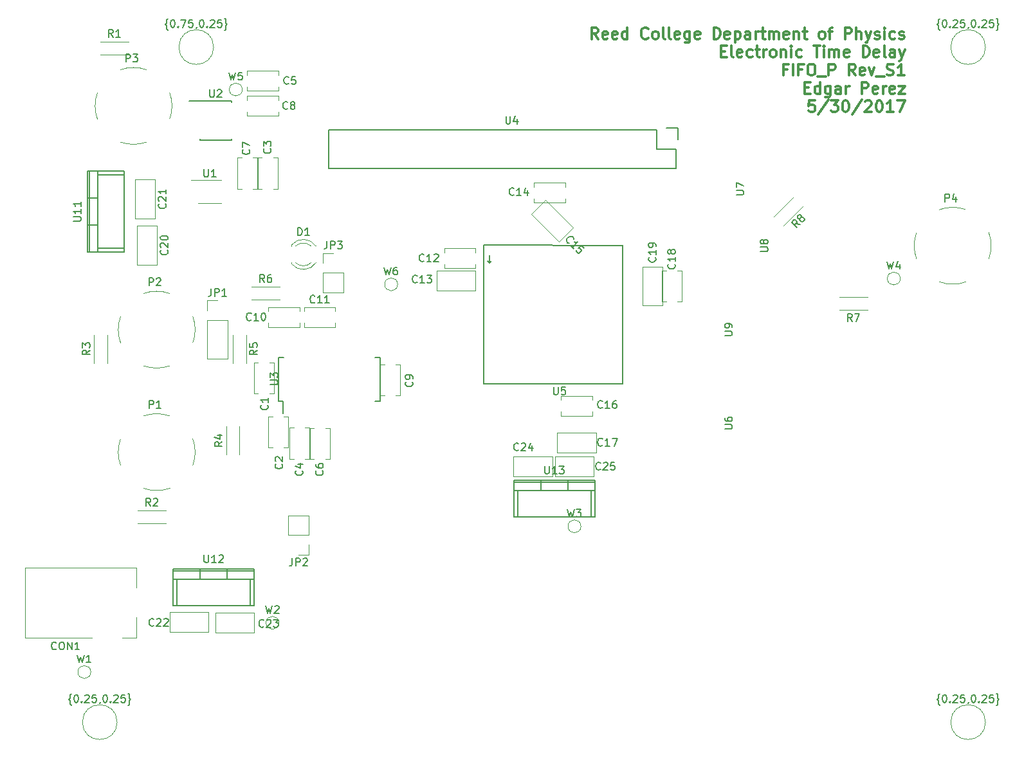
<source format=gbr>
G04 #@! TF.FileFunction,Legend,Top*
%FSLAX46Y46*%
G04 Gerber Fmt 4.6, Leading zero omitted, Abs format (unit mm)*
G04 Created by KiCad (PCBNEW 4.0.2-stable) date 5/30/2017 2:34:24 PM*
%MOMM*%
G01*
G04 APERTURE LIST*
%ADD10C,0.100000*%
%ADD11C,0.300000*%
%ADD12C,0.150000*%
%ADD13C,0.120000*%
G04 APERTURE END LIST*
D10*
D11*
X97350573Y-30676571D02*
X96850573Y-29962286D01*
X96493430Y-30676571D02*
X96493430Y-29176571D01*
X97064858Y-29176571D01*
X97207716Y-29248000D01*
X97279144Y-29319429D01*
X97350573Y-29462286D01*
X97350573Y-29676571D01*
X97279144Y-29819429D01*
X97207716Y-29890857D01*
X97064858Y-29962286D01*
X96493430Y-29962286D01*
X98564858Y-30605143D02*
X98422001Y-30676571D01*
X98136287Y-30676571D01*
X97993430Y-30605143D01*
X97922001Y-30462286D01*
X97922001Y-29890857D01*
X97993430Y-29748000D01*
X98136287Y-29676571D01*
X98422001Y-29676571D01*
X98564858Y-29748000D01*
X98636287Y-29890857D01*
X98636287Y-30033714D01*
X97922001Y-30176571D01*
X99850572Y-30605143D02*
X99707715Y-30676571D01*
X99422001Y-30676571D01*
X99279144Y-30605143D01*
X99207715Y-30462286D01*
X99207715Y-29890857D01*
X99279144Y-29748000D01*
X99422001Y-29676571D01*
X99707715Y-29676571D01*
X99850572Y-29748000D01*
X99922001Y-29890857D01*
X99922001Y-30033714D01*
X99207715Y-30176571D01*
X101207715Y-30676571D02*
X101207715Y-29176571D01*
X101207715Y-30605143D02*
X101064858Y-30676571D01*
X100779144Y-30676571D01*
X100636286Y-30605143D01*
X100564858Y-30533714D01*
X100493429Y-30390857D01*
X100493429Y-29962286D01*
X100564858Y-29819429D01*
X100636286Y-29748000D01*
X100779144Y-29676571D01*
X101064858Y-29676571D01*
X101207715Y-29748000D01*
X103922001Y-30533714D02*
X103850572Y-30605143D01*
X103636286Y-30676571D01*
X103493429Y-30676571D01*
X103279144Y-30605143D01*
X103136286Y-30462286D01*
X103064858Y-30319429D01*
X102993429Y-30033714D01*
X102993429Y-29819429D01*
X103064858Y-29533714D01*
X103136286Y-29390857D01*
X103279144Y-29248000D01*
X103493429Y-29176571D01*
X103636286Y-29176571D01*
X103850572Y-29248000D01*
X103922001Y-29319429D01*
X104779144Y-30676571D02*
X104636286Y-30605143D01*
X104564858Y-30533714D01*
X104493429Y-30390857D01*
X104493429Y-29962286D01*
X104564858Y-29819429D01*
X104636286Y-29748000D01*
X104779144Y-29676571D01*
X104993429Y-29676571D01*
X105136286Y-29748000D01*
X105207715Y-29819429D01*
X105279144Y-29962286D01*
X105279144Y-30390857D01*
X105207715Y-30533714D01*
X105136286Y-30605143D01*
X104993429Y-30676571D01*
X104779144Y-30676571D01*
X106136287Y-30676571D02*
X105993429Y-30605143D01*
X105922001Y-30462286D01*
X105922001Y-29176571D01*
X106922001Y-30676571D02*
X106779143Y-30605143D01*
X106707715Y-30462286D01*
X106707715Y-29176571D01*
X108064857Y-30605143D02*
X107922000Y-30676571D01*
X107636286Y-30676571D01*
X107493429Y-30605143D01*
X107422000Y-30462286D01*
X107422000Y-29890857D01*
X107493429Y-29748000D01*
X107636286Y-29676571D01*
X107922000Y-29676571D01*
X108064857Y-29748000D01*
X108136286Y-29890857D01*
X108136286Y-30033714D01*
X107422000Y-30176571D01*
X109422000Y-29676571D02*
X109422000Y-30890857D01*
X109350571Y-31033714D01*
X109279143Y-31105143D01*
X109136286Y-31176571D01*
X108922000Y-31176571D01*
X108779143Y-31105143D01*
X109422000Y-30605143D02*
X109279143Y-30676571D01*
X108993429Y-30676571D01*
X108850571Y-30605143D01*
X108779143Y-30533714D01*
X108707714Y-30390857D01*
X108707714Y-29962286D01*
X108779143Y-29819429D01*
X108850571Y-29748000D01*
X108993429Y-29676571D01*
X109279143Y-29676571D01*
X109422000Y-29748000D01*
X110707714Y-30605143D02*
X110564857Y-30676571D01*
X110279143Y-30676571D01*
X110136286Y-30605143D01*
X110064857Y-30462286D01*
X110064857Y-29890857D01*
X110136286Y-29748000D01*
X110279143Y-29676571D01*
X110564857Y-29676571D01*
X110707714Y-29748000D01*
X110779143Y-29890857D01*
X110779143Y-30033714D01*
X110064857Y-30176571D01*
X112564857Y-30676571D02*
X112564857Y-29176571D01*
X112922000Y-29176571D01*
X113136285Y-29248000D01*
X113279143Y-29390857D01*
X113350571Y-29533714D01*
X113422000Y-29819429D01*
X113422000Y-30033714D01*
X113350571Y-30319429D01*
X113279143Y-30462286D01*
X113136285Y-30605143D01*
X112922000Y-30676571D01*
X112564857Y-30676571D01*
X114636285Y-30605143D02*
X114493428Y-30676571D01*
X114207714Y-30676571D01*
X114064857Y-30605143D01*
X113993428Y-30462286D01*
X113993428Y-29890857D01*
X114064857Y-29748000D01*
X114207714Y-29676571D01*
X114493428Y-29676571D01*
X114636285Y-29748000D01*
X114707714Y-29890857D01*
X114707714Y-30033714D01*
X113993428Y-30176571D01*
X115350571Y-29676571D02*
X115350571Y-31176571D01*
X115350571Y-29748000D02*
X115493428Y-29676571D01*
X115779142Y-29676571D01*
X115921999Y-29748000D01*
X115993428Y-29819429D01*
X116064857Y-29962286D01*
X116064857Y-30390857D01*
X115993428Y-30533714D01*
X115921999Y-30605143D01*
X115779142Y-30676571D01*
X115493428Y-30676571D01*
X115350571Y-30605143D01*
X117350571Y-30676571D02*
X117350571Y-29890857D01*
X117279142Y-29748000D01*
X117136285Y-29676571D01*
X116850571Y-29676571D01*
X116707714Y-29748000D01*
X117350571Y-30605143D02*
X117207714Y-30676571D01*
X116850571Y-30676571D01*
X116707714Y-30605143D01*
X116636285Y-30462286D01*
X116636285Y-30319429D01*
X116707714Y-30176571D01*
X116850571Y-30105143D01*
X117207714Y-30105143D01*
X117350571Y-30033714D01*
X118064857Y-30676571D02*
X118064857Y-29676571D01*
X118064857Y-29962286D02*
X118136285Y-29819429D01*
X118207714Y-29748000D01*
X118350571Y-29676571D01*
X118493428Y-29676571D01*
X118779142Y-29676571D02*
X119350571Y-29676571D01*
X118993428Y-29176571D02*
X118993428Y-30462286D01*
X119064856Y-30605143D01*
X119207714Y-30676571D01*
X119350571Y-30676571D01*
X119850571Y-30676571D02*
X119850571Y-29676571D01*
X119850571Y-29819429D02*
X119921999Y-29748000D01*
X120064857Y-29676571D01*
X120279142Y-29676571D01*
X120421999Y-29748000D01*
X120493428Y-29890857D01*
X120493428Y-30676571D01*
X120493428Y-29890857D02*
X120564857Y-29748000D01*
X120707714Y-29676571D01*
X120921999Y-29676571D01*
X121064857Y-29748000D01*
X121136285Y-29890857D01*
X121136285Y-30676571D01*
X122421999Y-30605143D02*
X122279142Y-30676571D01*
X121993428Y-30676571D01*
X121850571Y-30605143D01*
X121779142Y-30462286D01*
X121779142Y-29890857D01*
X121850571Y-29748000D01*
X121993428Y-29676571D01*
X122279142Y-29676571D01*
X122421999Y-29748000D01*
X122493428Y-29890857D01*
X122493428Y-30033714D01*
X121779142Y-30176571D01*
X123136285Y-29676571D02*
X123136285Y-30676571D01*
X123136285Y-29819429D02*
X123207713Y-29748000D01*
X123350571Y-29676571D01*
X123564856Y-29676571D01*
X123707713Y-29748000D01*
X123779142Y-29890857D01*
X123779142Y-30676571D01*
X124279142Y-29676571D02*
X124850571Y-29676571D01*
X124493428Y-29176571D02*
X124493428Y-30462286D01*
X124564856Y-30605143D01*
X124707714Y-30676571D01*
X124850571Y-30676571D01*
X126707714Y-30676571D02*
X126564856Y-30605143D01*
X126493428Y-30533714D01*
X126421999Y-30390857D01*
X126421999Y-29962286D01*
X126493428Y-29819429D01*
X126564856Y-29748000D01*
X126707714Y-29676571D01*
X126921999Y-29676571D01*
X127064856Y-29748000D01*
X127136285Y-29819429D01*
X127207714Y-29962286D01*
X127207714Y-30390857D01*
X127136285Y-30533714D01*
X127064856Y-30605143D01*
X126921999Y-30676571D01*
X126707714Y-30676571D01*
X127636285Y-29676571D02*
X128207714Y-29676571D01*
X127850571Y-30676571D02*
X127850571Y-29390857D01*
X127921999Y-29248000D01*
X128064857Y-29176571D01*
X128207714Y-29176571D01*
X129850571Y-30676571D02*
X129850571Y-29176571D01*
X130421999Y-29176571D01*
X130564857Y-29248000D01*
X130636285Y-29319429D01*
X130707714Y-29462286D01*
X130707714Y-29676571D01*
X130636285Y-29819429D01*
X130564857Y-29890857D01*
X130421999Y-29962286D01*
X129850571Y-29962286D01*
X131350571Y-30676571D02*
X131350571Y-29176571D01*
X131993428Y-30676571D02*
X131993428Y-29890857D01*
X131921999Y-29748000D01*
X131779142Y-29676571D01*
X131564857Y-29676571D01*
X131421999Y-29748000D01*
X131350571Y-29819429D01*
X132564857Y-29676571D02*
X132922000Y-30676571D01*
X133279142Y-29676571D02*
X132922000Y-30676571D01*
X132779142Y-31033714D01*
X132707714Y-31105143D01*
X132564857Y-31176571D01*
X133779142Y-30605143D02*
X133921999Y-30676571D01*
X134207714Y-30676571D01*
X134350571Y-30605143D01*
X134421999Y-30462286D01*
X134421999Y-30390857D01*
X134350571Y-30248000D01*
X134207714Y-30176571D01*
X133993428Y-30176571D01*
X133850571Y-30105143D01*
X133779142Y-29962286D01*
X133779142Y-29890857D01*
X133850571Y-29748000D01*
X133993428Y-29676571D01*
X134207714Y-29676571D01*
X134350571Y-29748000D01*
X135064857Y-30676571D02*
X135064857Y-29676571D01*
X135064857Y-29176571D02*
X134993428Y-29248000D01*
X135064857Y-29319429D01*
X135136285Y-29248000D01*
X135064857Y-29176571D01*
X135064857Y-29319429D01*
X136422000Y-30605143D02*
X136279143Y-30676571D01*
X135993429Y-30676571D01*
X135850571Y-30605143D01*
X135779143Y-30533714D01*
X135707714Y-30390857D01*
X135707714Y-29962286D01*
X135779143Y-29819429D01*
X135850571Y-29748000D01*
X135993429Y-29676571D01*
X136279143Y-29676571D01*
X136422000Y-29748000D01*
X136993428Y-30605143D02*
X137136285Y-30676571D01*
X137422000Y-30676571D01*
X137564857Y-30605143D01*
X137636285Y-30462286D01*
X137636285Y-30390857D01*
X137564857Y-30248000D01*
X137422000Y-30176571D01*
X137207714Y-30176571D01*
X137064857Y-30105143D01*
X136993428Y-29962286D01*
X136993428Y-29890857D01*
X137064857Y-29748000D01*
X137207714Y-29676571D01*
X137422000Y-29676571D01*
X137564857Y-29748000D01*
X113564859Y-32290857D02*
X114064859Y-32290857D01*
X114279145Y-33076571D02*
X113564859Y-33076571D01*
X113564859Y-31576571D01*
X114279145Y-31576571D01*
X115136288Y-33076571D02*
X114993430Y-33005143D01*
X114922002Y-32862286D01*
X114922002Y-31576571D01*
X116279144Y-33005143D02*
X116136287Y-33076571D01*
X115850573Y-33076571D01*
X115707716Y-33005143D01*
X115636287Y-32862286D01*
X115636287Y-32290857D01*
X115707716Y-32148000D01*
X115850573Y-32076571D01*
X116136287Y-32076571D01*
X116279144Y-32148000D01*
X116350573Y-32290857D01*
X116350573Y-32433714D01*
X115636287Y-32576571D01*
X117636287Y-33005143D02*
X117493430Y-33076571D01*
X117207716Y-33076571D01*
X117064858Y-33005143D01*
X116993430Y-32933714D01*
X116922001Y-32790857D01*
X116922001Y-32362286D01*
X116993430Y-32219429D01*
X117064858Y-32148000D01*
X117207716Y-32076571D01*
X117493430Y-32076571D01*
X117636287Y-32148000D01*
X118064858Y-32076571D02*
X118636287Y-32076571D01*
X118279144Y-31576571D02*
X118279144Y-32862286D01*
X118350572Y-33005143D01*
X118493430Y-33076571D01*
X118636287Y-33076571D01*
X119136287Y-33076571D02*
X119136287Y-32076571D01*
X119136287Y-32362286D02*
X119207715Y-32219429D01*
X119279144Y-32148000D01*
X119422001Y-32076571D01*
X119564858Y-32076571D01*
X120279144Y-33076571D02*
X120136286Y-33005143D01*
X120064858Y-32933714D01*
X119993429Y-32790857D01*
X119993429Y-32362286D01*
X120064858Y-32219429D01*
X120136286Y-32148000D01*
X120279144Y-32076571D01*
X120493429Y-32076571D01*
X120636286Y-32148000D01*
X120707715Y-32219429D01*
X120779144Y-32362286D01*
X120779144Y-32790857D01*
X120707715Y-32933714D01*
X120636286Y-33005143D01*
X120493429Y-33076571D01*
X120279144Y-33076571D01*
X121422001Y-32076571D02*
X121422001Y-33076571D01*
X121422001Y-32219429D02*
X121493429Y-32148000D01*
X121636287Y-32076571D01*
X121850572Y-32076571D01*
X121993429Y-32148000D01*
X122064858Y-32290857D01*
X122064858Y-33076571D01*
X122779144Y-33076571D02*
X122779144Y-32076571D01*
X122779144Y-31576571D02*
X122707715Y-31648000D01*
X122779144Y-31719429D01*
X122850572Y-31648000D01*
X122779144Y-31576571D01*
X122779144Y-31719429D01*
X124136287Y-33005143D02*
X123993430Y-33076571D01*
X123707716Y-33076571D01*
X123564858Y-33005143D01*
X123493430Y-32933714D01*
X123422001Y-32790857D01*
X123422001Y-32362286D01*
X123493430Y-32219429D01*
X123564858Y-32148000D01*
X123707716Y-32076571D01*
X123993430Y-32076571D01*
X124136287Y-32148000D01*
X125707715Y-31576571D02*
X126564858Y-31576571D01*
X126136287Y-33076571D02*
X126136287Y-31576571D01*
X127064858Y-33076571D02*
X127064858Y-32076571D01*
X127064858Y-31576571D02*
X126993429Y-31648000D01*
X127064858Y-31719429D01*
X127136286Y-31648000D01*
X127064858Y-31576571D01*
X127064858Y-31719429D01*
X127779144Y-33076571D02*
X127779144Y-32076571D01*
X127779144Y-32219429D02*
X127850572Y-32148000D01*
X127993430Y-32076571D01*
X128207715Y-32076571D01*
X128350572Y-32148000D01*
X128422001Y-32290857D01*
X128422001Y-33076571D01*
X128422001Y-32290857D02*
X128493430Y-32148000D01*
X128636287Y-32076571D01*
X128850572Y-32076571D01*
X128993430Y-32148000D01*
X129064858Y-32290857D01*
X129064858Y-33076571D01*
X130350572Y-33005143D02*
X130207715Y-33076571D01*
X129922001Y-33076571D01*
X129779144Y-33005143D01*
X129707715Y-32862286D01*
X129707715Y-32290857D01*
X129779144Y-32148000D01*
X129922001Y-32076571D01*
X130207715Y-32076571D01*
X130350572Y-32148000D01*
X130422001Y-32290857D01*
X130422001Y-32433714D01*
X129707715Y-32576571D01*
X132207715Y-33076571D02*
X132207715Y-31576571D01*
X132564858Y-31576571D01*
X132779143Y-31648000D01*
X132922001Y-31790857D01*
X132993429Y-31933714D01*
X133064858Y-32219429D01*
X133064858Y-32433714D01*
X132993429Y-32719429D01*
X132922001Y-32862286D01*
X132779143Y-33005143D01*
X132564858Y-33076571D01*
X132207715Y-33076571D01*
X134279143Y-33005143D02*
X134136286Y-33076571D01*
X133850572Y-33076571D01*
X133707715Y-33005143D01*
X133636286Y-32862286D01*
X133636286Y-32290857D01*
X133707715Y-32148000D01*
X133850572Y-32076571D01*
X134136286Y-32076571D01*
X134279143Y-32148000D01*
X134350572Y-32290857D01*
X134350572Y-32433714D01*
X133636286Y-32576571D01*
X135207715Y-33076571D02*
X135064857Y-33005143D01*
X134993429Y-32862286D01*
X134993429Y-31576571D01*
X136422000Y-33076571D02*
X136422000Y-32290857D01*
X136350571Y-32148000D01*
X136207714Y-32076571D01*
X135922000Y-32076571D01*
X135779143Y-32148000D01*
X136422000Y-33005143D02*
X136279143Y-33076571D01*
X135922000Y-33076571D01*
X135779143Y-33005143D01*
X135707714Y-32862286D01*
X135707714Y-32719429D01*
X135779143Y-32576571D01*
X135922000Y-32505143D01*
X136279143Y-32505143D01*
X136422000Y-32433714D01*
X136993429Y-32076571D02*
X137350572Y-33076571D01*
X137707714Y-32076571D02*
X137350572Y-33076571D01*
X137207714Y-33433714D01*
X137136286Y-33505143D01*
X136993429Y-33576571D01*
X122207716Y-34690857D02*
X121707716Y-34690857D01*
X121707716Y-35476571D02*
X121707716Y-33976571D01*
X122422002Y-33976571D01*
X122993430Y-35476571D02*
X122993430Y-33976571D01*
X124207716Y-34690857D02*
X123707716Y-34690857D01*
X123707716Y-35476571D02*
X123707716Y-33976571D01*
X124422002Y-33976571D01*
X125279144Y-33976571D02*
X125564858Y-33976571D01*
X125707716Y-34048000D01*
X125850573Y-34190857D01*
X125922001Y-34476571D01*
X125922001Y-34976571D01*
X125850573Y-35262286D01*
X125707716Y-35405143D01*
X125564858Y-35476571D01*
X125279144Y-35476571D01*
X125136287Y-35405143D01*
X124993430Y-35262286D01*
X124922001Y-34976571D01*
X124922001Y-34476571D01*
X124993430Y-34190857D01*
X125136287Y-34048000D01*
X125279144Y-33976571D01*
X126207716Y-35619429D02*
X127350573Y-35619429D01*
X127707716Y-35476571D02*
X127707716Y-33976571D01*
X128279144Y-33976571D01*
X128422002Y-34048000D01*
X128493430Y-34119429D01*
X128564859Y-34262286D01*
X128564859Y-34476571D01*
X128493430Y-34619429D01*
X128422002Y-34690857D01*
X128279144Y-34762286D01*
X127707716Y-34762286D01*
X131207716Y-35476571D02*
X130707716Y-34762286D01*
X130350573Y-35476571D02*
X130350573Y-33976571D01*
X130922001Y-33976571D01*
X131064859Y-34048000D01*
X131136287Y-34119429D01*
X131207716Y-34262286D01*
X131207716Y-34476571D01*
X131136287Y-34619429D01*
X131064859Y-34690857D01*
X130922001Y-34762286D01*
X130350573Y-34762286D01*
X132422001Y-35405143D02*
X132279144Y-35476571D01*
X131993430Y-35476571D01*
X131850573Y-35405143D01*
X131779144Y-35262286D01*
X131779144Y-34690857D01*
X131850573Y-34548000D01*
X131993430Y-34476571D01*
X132279144Y-34476571D01*
X132422001Y-34548000D01*
X132493430Y-34690857D01*
X132493430Y-34833714D01*
X131779144Y-34976571D01*
X132993430Y-34476571D02*
X133350573Y-35476571D01*
X133707715Y-34476571D01*
X133922001Y-35619429D02*
X135064858Y-35619429D01*
X135350572Y-35405143D02*
X135564858Y-35476571D01*
X135922001Y-35476571D01*
X136064858Y-35405143D01*
X136136287Y-35333714D01*
X136207715Y-35190857D01*
X136207715Y-35048000D01*
X136136287Y-34905143D01*
X136064858Y-34833714D01*
X135922001Y-34762286D01*
X135636287Y-34690857D01*
X135493429Y-34619429D01*
X135422001Y-34548000D01*
X135350572Y-34405143D01*
X135350572Y-34262286D01*
X135422001Y-34119429D01*
X135493429Y-34048000D01*
X135636287Y-33976571D01*
X135993429Y-33976571D01*
X136207715Y-34048000D01*
X137636286Y-35476571D02*
X136779143Y-35476571D01*
X137207715Y-35476571D02*
X137207715Y-33976571D01*
X137064858Y-34190857D01*
X136922000Y-34333714D01*
X136779143Y-34405143D01*
X124564858Y-37090857D02*
X125064858Y-37090857D01*
X125279144Y-37876571D02*
X124564858Y-37876571D01*
X124564858Y-36376571D01*
X125279144Y-36376571D01*
X126564858Y-37876571D02*
X126564858Y-36376571D01*
X126564858Y-37805143D02*
X126422001Y-37876571D01*
X126136287Y-37876571D01*
X125993429Y-37805143D01*
X125922001Y-37733714D01*
X125850572Y-37590857D01*
X125850572Y-37162286D01*
X125922001Y-37019429D01*
X125993429Y-36948000D01*
X126136287Y-36876571D01*
X126422001Y-36876571D01*
X126564858Y-36948000D01*
X127922001Y-36876571D02*
X127922001Y-38090857D01*
X127850572Y-38233714D01*
X127779144Y-38305143D01*
X127636287Y-38376571D01*
X127422001Y-38376571D01*
X127279144Y-38305143D01*
X127922001Y-37805143D02*
X127779144Y-37876571D01*
X127493430Y-37876571D01*
X127350572Y-37805143D01*
X127279144Y-37733714D01*
X127207715Y-37590857D01*
X127207715Y-37162286D01*
X127279144Y-37019429D01*
X127350572Y-36948000D01*
X127493430Y-36876571D01*
X127779144Y-36876571D01*
X127922001Y-36948000D01*
X129279144Y-37876571D02*
X129279144Y-37090857D01*
X129207715Y-36948000D01*
X129064858Y-36876571D01*
X128779144Y-36876571D01*
X128636287Y-36948000D01*
X129279144Y-37805143D02*
X129136287Y-37876571D01*
X128779144Y-37876571D01*
X128636287Y-37805143D01*
X128564858Y-37662286D01*
X128564858Y-37519429D01*
X128636287Y-37376571D01*
X128779144Y-37305143D01*
X129136287Y-37305143D01*
X129279144Y-37233714D01*
X129993430Y-37876571D02*
X129993430Y-36876571D01*
X129993430Y-37162286D02*
X130064858Y-37019429D01*
X130136287Y-36948000D01*
X130279144Y-36876571D01*
X130422001Y-36876571D01*
X132064858Y-37876571D02*
X132064858Y-36376571D01*
X132636286Y-36376571D01*
X132779144Y-36448000D01*
X132850572Y-36519429D01*
X132922001Y-36662286D01*
X132922001Y-36876571D01*
X132850572Y-37019429D01*
X132779144Y-37090857D01*
X132636286Y-37162286D01*
X132064858Y-37162286D01*
X134136286Y-37805143D02*
X133993429Y-37876571D01*
X133707715Y-37876571D01*
X133564858Y-37805143D01*
X133493429Y-37662286D01*
X133493429Y-37090857D01*
X133564858Y-36948000D01*
X133707715Y-36876571D01*
X133993429Y-36876571D01*
X134136286Y-36948000D01*
X134207715Y-37090857D01*
X134207715Y-37233714D01*
X133493429Y-37376571D01*
X134850572Y-37876571D02*
X134850572Y-36876571D01*
X134850572Y-37162286D02*
X134922000Y-37019429D01*
X134993429Y-36948000D01*
X135136286Y-36876571D01*
X135279143Y-36876571D01*
X136350571Y-37805143D02*
X136207714Y-37876571D01*
X135922000Y-37876571D01*
X135779143Y-37805143D01*
X135707714Y-37662286D01*
X135707714Y-37090857D01*
X135779143Y-36948000D01*
X135922000Y-36876571D01*
X136207714Y-36876571D01*
X136350571Y-36948000D01*
X136422000Y-37090857D01*
X136422000Y-37233714D01*
X135707714Y-37376571D01*
X136922000Y-36876571D02*
X137707714Y-36876571D01*
X136922000Y-37876571D01*
X137707714Y-37876571D01*
X125850574Y-38776571D02*
X125136288Y-38776571D01*
X125064859Y-39490857D01*
X125136288Y-39419429D01*
X125279145Y-39348000D01*
X125636288Y-39348000D01*
X125779145Y-39419429D01*
X125850574Y-39490857D01*
X125922002Y-39633714D01*
X125922002Y-39990857D01*
X125850574Y-40133714D01*
X125779145Y-40205143D01*
X125636288Y-40276571D01*
X125279145Y-40276571D01*
X125136288Y-40205143D01*
X125064859Y-40133714D01*
X127636287Y-38705143D02*
X126350573Y-40633714D01*
X127993431Y-38776571D02*
X128922002Y-38776571D01*
X128422002Y-39348000D01*
X128636288Y-39348000D01*
X128779145Y-39419429D01*
X128850574Y-39490857D01*
X128922002Y-39633714D01*
X128922002Y-39990857D01*
X128850574Y-40133714D01*
X128779145Y-40205143D01*
X128636288Y-40276571D01*
X128207716Y-40276571D01*
X128064859Y-40205143D01*
X127993431Y-40133714D01*
X129850573Y-38776571D02*
X129993430Y-38776571D01*
X130136287Y-38848000D01*
X130207716Y-38919429D01*
X130279145Y-39062286D01*
X130350573Y-39348000D01*
X130350573Y-39705143D01*
X130279145Y-39990857D01*
X130207716Y-40133714D01*
X130136287Y-40205143D01*
X129993430Y-40276571D01*
X129850573Y-40276571D01*
X129707716Y-40205143D01*
X129636287Y-40133714D01*
X129564859Y-39990857D01*
X129493430Y-39705143D01*
X129493430Y-39348000D01*
X129564859Y-39062286D01*
X129636287Y-38919429D01*
X129707716Y-38848000D01*
X129850573Y-38776571D01*
X132064858Y-38705143D02*
X130779144Y-40633714D01*
X132493430Y-38919429D02*
X132564859Y-38848000D01*
X132707716Y-38776571D01*
X133064859Y-38776571D01*
X133207716Y-38848000D01*
X133279145Y-38919429D01*
X133350573Y-39062286D01*
X133350573Y-39205143D01*
X133279145Y-39419429D01*
X132422002Y-40276571D01*
X133350573Y-40276571D01*
X134279144Y-38776571D02*
X134422001Y-38776571D01*
X134564858Y-38848000D01*
X134636287Y-38919429D01*
X134707716Y-39062286D01*
X134779144Y-39348000D01*
X134779144Y-39705143D01*
X134707716Y-39990857D01*
X134636287Y-40133714D01*
X134564858Y-40205143D01*
X134422001Y-40276571D01*
X134279144Y-40276571D01*
X134136287Y-40205143D01*
X134064858Y-40133714D01*
X133993430Y-39990857D01*
X133922001Y-39705143D01*
X133922001Y-39348000D01*
X133993430Y-39062286D01*
X134064858Y-38919429D01*
X134136287Y-38848000D01*
X134279144Y-38776571D01*
X136207715Y-40276571D02*
X135350572Y-40276571D01*
X135779144Y-40276571D02*
X135779144Y-38776571D01*
X135636287Y-38990857D01*
X135493429Y-39133714D01*
X135350572Y-39205143D01*
X136707715Y-38776571D02*
X137707715Y-38776571D01*
X137064858Y-40276571D01*
D12*
X55279400Y-78389200D02*
X55854400Y-78389200D01*
X55279400Y-72639200D02*
X55929400Y-72639200D01*
X68650400Y-72639200D02*
X68000400Y-72639200D01*
X68650400Y-78389200D02*
X68000400Y-78389200D01*
X55279400Y-78389200D02*
X55279400Y-72639200D01*
X68650400Y-78389200D02*
X68650400Y-72639200D01*
X55854400Y-78389200D02*
X55854400Y-79989200D01*
D13*
X148336000Y-120650000D02*
G75*
G03X148336000Y-120650000I-2286000J0D01*
G01*
X34036000Y-120650000D02*
G75*
G03X34036000Y-120650000I-2286000J0D01*
G01*
X46736000Y-31750000D02*
G75*
G03X46736000Y-31750000I-2286000J0D01*
G01*
X148336000Y-31750000D02*
G75*
G03X148336000Y-31750000I-2286000J0D01*
G01*
D12*
X83058000Y-60198000D02*
X82804000Y-59944000D01*
X83058000Y-59182000D02*
X83058000Y-60198000D01*
X83058000Y-60198000D02*
X83312000Y-59944000D01*
X82296000Y-57785000D02*
X82296000Y-76073000D01*
X82296000Y-76073000D02*
X100584000Y-76073000D01*
X100584000Y-76073000D02*
X100584000Y-57785000D01*
X100584000Y-57912000D02*
X82296000Y-57785000D01*
X107569000Y-47752000D02*
X61849000Y-47752000D01*
X61849000Y-42672000D02*
X105029000Y-42672000D01*
X61849000Y-47752000D02*
X61849000Y-42672000D01*
X107569000Y-47752000D02*
X107569000Y-45212000D01*
X106299000Y-42392000D02*
X107849000Y-42392000D01*
X107569000Y-45212000D02*
X105029000Y-45212000D01*
X105029000Y-45212000D02*
X105029000Y-42672000D01*
X107849000Y-42392000D02*
X107849000Y-43942000D01*
D13*
X52030000Y-77391000D02*
X52030000Y-73271000D01*
X54650000Y-77391000D02*
X54650000Y-73271000D01*
X52030000Y-77391000D02*
X52590000Y-77391000D01*
X54090000Y-77391000D02*
X54650000Y-77391000D01*
X52030000Y-73271000D02*
X52590000Y-73271000D01*
X54090000Y-73271000D02*
X54650000Y-73271000D01*
X53935000Y-84503000D02*
X53935000Y-80383000D01*
X56555000Y-84503000D02*
X56555000Y-80383000D01*
X53935000Y-84503000D02*
X54495000Y-84503000D01*
X55995000Y-84503000D02*
X56555000Y-84503000D01*
X53935000Y-80383000D02*
X54495000Y-80383000D01*
X55995000Y-80383000D02*
X56555000Y-80383000D01*
X55158000Y-46307000D02*
X55158000Y-50427000D01*
X52538000Y-46307000D02*
X52538000Y-50427000D01*
X55158000Y-46307000D02*
X54598000Y-46307000D01*
X53098000Y-46307000D02*
X52538000Y-46307000D01*
X55158000Y-50427000D02*
X54598000Y-50427000D01*
X53098000Y-50427000D02*
X52538000Y-50427000D01*
X59349000Y-81867000D02*
X59349000Y-85987000D01*
X56729000Y-81867000D02*
X56729000Y-85987000D01*
X59349000Y-81867000D02*
X58789000Y-81867000D01*
X57289000Y-81867000D02*
X56729000Y-81867000D01*
X59349000Y-85987000D02*
X58789000Y-85987000D01*
X57289000Y-85987000D02*
X56729000Y-85987000D01*
X51133000Y-34885000D02*
X55253000Y-34885000D01*
X51133000Y-37505000D02*
X55253000Y-37505000D01*
X51133000Y-34885000D02*
X51133000Y-35445000D01*
X51133000Y-36945000D02*
X51133000Y-37505000D01*
X55253000Y-34885000D02*
X55253000Y-35445000D01*
X55253000Y-36945000D02*
X55253000Y-37505000D01*
X59396000Y-86027000D02*
X59396000Y-81907000D01*
X62016000Y-86027000D02*
X62016000Y-81907000D01*
X59396000Y-86027000D02*
X59956000Y-86027000D01*
X61456000Y-86027000D02*
X62016000Y-86027000D01*
X59396000Y-81907000D02*
X59956000Y-81907000D01*
X61456000Y-81907000D02*
X62016000Y-81907000D01*
X52491000Y-46307000D02*
X52491000Y-50427000D01*
X49871000Y-46307000D02*
X49871000Y-50427000D01*
X52491000Y-46307000D02*
X51931000Y-46307000D01*
X50431000Y-46307000D02*
X49871000Y-46307000D01*
X52491000Y-50427000D02*
X51931000Y-50427000D01*
X50431000Y-50427000D02*
X49871000Y-50427000D01*
X51133000Y-38187000D02*
X55253000Y-38187000D01*
X51133000Y-40807000D02*
X55253000Y-40807000D01*
X51133000Y-38187000D02*
X51133000Y-38747000D01*
X51133000Y-40247000D02*
X51133000Y-40807000D01*
X55253000Y-38187000D02*
X55253000Y-38747000D01*
X55253000Y-40247000D02*
X55253000Y-40807000D01*
X68667000Y-77645000D02*
X68667000Y-73525000D01*
X71287000Y-77645000D02*
X71287000Y-73525000D01*
X68667000Y-77645000D02*
X69227000Y-77645000D01*
X70727000Y-77645000D02*
X71287000Y-77645000D01*
X68667000Y-73525000D02*
X69227000Y-73525000D01*
X70727000Y-73525000D02*
X71287000Y-73525000D01*
X53927000Y-66000000D02*
X58047000Y-66000000D01*
X53927000Y-68620000D02*
X58047000Y-68620000D01*
X53927000Y-66000000D02*
X53927000Y-66560000D01*
X53927000Y-68060000D02*
X53927000Y-68620000D01*
X58047000Y-66000000D02*
X58047000Y-66560000D01*
X58047000Y-68060000D02*
X58047000Y-68620000D01*
X58626000Y-66000000D02*
X62746000Y-66000000D01*
X58626000Y-68620000D02*
X62746000Y-68620000D01*
X58626000Y-66000000D02*
X58626000Y-66560000D01*
X58626000Y-68060000D02*
X58626000Y-68620000D01*
X62746000Y-66000000D02*
X62746000Y-66560000D01*
X62746000Y-68060000D02*
X62746000Y-68620000D01*
X81201000Y-60873000D02*
X77081000Y-60873000D01*
X81201000Y-58253000D02*
X77081000Y-58253000D01*
X81201000Y-60873000D02*
X81201000Y-60313000D01*
X81201000Y-58813000D02*
X81201000Y-58253000D01*
X77081000Y-60873000D02*
X77081000Y-60313000D01*
X77081000Y-58813000D02*
X77081000Y-58253000D01*
X81193000Y-63794000D02*
X76073000Y-63794000D01*
X81193000Y-61174000D02*
X76073000Y-61174000D01*
X81193000Y-63794000D02*
X81193000Y-61174000D01*
X76073000Y-63794000D02*
X76073000Y-61174000D01*
X93012000Y-52237000D02*
X88892000Y-52237000D01*
X93012000Y-49617000D02*
X88892000Y-49617000D01*
X93012000Y-52237000D02*
X93012000Y-51677000D01*
X93012000Y-50177000D02*
X93012000Y-49617000D01*
X88892000Y-52237000D02*
X88892000Y-51677000D01*
X88892000Y-50177000D02*
X88892000Y-49617000D01*
X92202000Y-57351620D02*
X88581613Y-53731233D01*
X94054620Y-55499000D02*
X90434233Y-51878613D01*
X92202000Y-57351620D02*
X94054620Y-55499000D01*
X88581613Y-53731233D02*
X90434233Y-51878613D01*
X96568000Y-80304000D02*
X92448000Y-80304000D01*
X96568000Y-77684000D02*
X92448000Y-77684000D01*
X96568000Y-80304000D02*
X96568000Y-79744000D01*
X96568000Y-78244000D02*
X96568000Y-77684000D01*
X92448000Y-80304000D02*
X92448000Y-79744000D01*
X92448000Y-78244000D02*
X92448000Y-77684000D01*
X97068000Y-85130000D02*
X91948000Y-85130000D01*
X97068000Y-82510000D02*
X91948000Y-82510000D01*
X97068000Y-85130000D02*
X97068000Y-82510000D01*
X91948000Y-85130000D02*
X91948000Y-82510000D01*
X108371000Y-61166000D02*
X108371000Y-65286000D01*
X105751000Y-61166000D02*
X105751000Y-65286000D01*
X108371000Y-61166000D02*
X107811000Y-61166000D01*
X106311000Y-61166000D02*
X105751000Y-61166000D01*
X108371000Y-65286000D02*
X107811000Y-65286000D01*
X106311000Y-65286000D02*
X105751000Y-65286000D01*
X105831000Y-60666000D02*
X105831000Y-65786000D01*
X103211000Y-60666000D02*
X103211000Y-65786000D01*
X105831000Y-60666000D02*
X103211000Y-60666000D01*
X105831000Y-65786000D02*
X103211000Y-65786000D01*
X39278845Y-55286326D02*
X39278845Y-60406326D01*
X36658845Y-55286326D02*
X36658845Y-60406326D01*
X39278845Y-55286326D02*
X36658845Y-55286326D01*
X39278845Y-60406326D02*
X36658845Y-60406326D01*
X39024847Y-49190323D02*
X39024847Y-54310323D01*
X36404847Y-49190323D02*
X36404847Y-54310323D01*
X39024847Y-49190323D02*
X36404847Y-49190323D01*
X39024847Y-54310323D02*
X36404847Y-54310323D01*
X40963175Y-106191346D02*
X46083175Y-106191346D01*
X40963175Y-108811346D02*
X46083175Y-108811346D01*
X40963175Y-106191346D02*
X40963175Y-108811346D01*
X46083175Y-106191346D02*
X46083175Y-108811346D01*
X46950000Y-106259000D02*
X52070000Y-106259000D01*
X46950000Y-108879000D02*
X52070000Y-108879000D01*
X46950000Y-106259000D02*
X46950000Y-108879000D01*
X52070000Y-106259000D02*
X52070000Y-108879000D01*
X86193000Y-85685000D02*
X91313000Y-85685000D01*
X86193000Y-88305000D02*
X91313000Y-88305000D01*
X86193000Y-85685000D02*
X86193000Y-88305000D01*
X91313000Y-85685000D02*
X91313000Y-88305000D01*
X91654000Y-85685000D02*
X96774000Y-85685000D01*
X91654000Y-88305000D02*
X96774000Y-88305000D01*
X91654000Y-85685000D02*
X91654000Y-88305000D01*
X96774000Y-85685000D02*
X96774000Y-88305000D01*
X30687000Y-109502000D02*
X21887000Y-109502000D01*
X21887000Y-109502000D02*
X21887000Y-100302000D01*
X36587000Y-106802000D02*
X36587000Y-109502000D01*
X36587000Y-109502000D02*
X34687000Y-109502000D01*
X21887000Y-100302000D02*
X36587000Y-100302000D01*
X36587000Y-100302000D02*
X36587000Y-102902000D01*
X60219335Y-57976392D02*
G75*
G03X56987000Y-57819484I-1672335J-1078608D01*
G01*
X60219335Y-60133608D02*
G75*
G02X56987000Y-60290516I-1672335J1078608D01*
G01*
X59588130Y-57975163D02*
G75*
G03X57506039Y-57975000I-1041130J-1079837D01*
G01*
X59588130Y-60134837D02*
G75*
G02X57506039Y-60135000I-1041130J1079837D01*
G01*
X56987000Y-57819000D02*
X56987000Y-57975000D01*
X56987000Y-60135000D02*
X56987000Y-60291000D01*
X45914000Y-67691000D02*
X45914000Y-72831000D01*
X45914000Y-72831000D02*
X48574000Y-72831000D01*
X48574000Y-72831000D02*
X48574000Y-67691000D01*
X48574000Y-67691000D02*
X45914000Y-67691000D01*
X45914000Y-66421000D02*
X45914000Y-65091000D01*
X45914000Y-65091000D02*
X47244000Y-65091000D01*
X34479411Y-83377337D02*
G75*
G03X34493000Y-86840000I4763589J-1712663D01*
G01*
X37530337Y-89853589D02*
G75*
G03X40993000Y-89840000I1712663J4763589D01*
G01*
X44006589Y-86802663D02*
G75*
G03X43993000Y-83340000I-4763589J1712663D01*
G01*
X40955663Y-80326411D02*
G75*
G03X37493000Y-80340000I-1712663J-4763589D01*
G01*
X34479411Y-67248337D02*
G75*
G03X34493000Y-70711000I4763589J-1712663D01*
G01*
X37530337Y-73724589D02*
G75*
G03X40993000Y-73711000I1712663J4763589D01*
G01*
X44006589Y-70673663D02*
G75*
G03X43993000Y-67211000I-4763589J1712663D01*
G01*
X40955663Y-64197411D02*
G75*
G03X37493000Y-64211000I-1712663J-4763589D01*
G01*
X31431411Y-37784337D02*
G75*
G03X31445000Y-41247000I4763589J-1712663D01*
G01*
X34482337Y-44260589D02*
G75*
G03X37945000Y-44247000I1712663J4763589D01*
G01*
X40958589Y-41209663D02*
G75*
G03X40945000Y-37747000I-4763589J1712663D01*
G01*
X37907663Y-34733411D02*
G75*
G03X34445000Y-34747000I-1712663J-4763589D01*
G01*
X139254411Y-56199337D02*
G75*
G03X139268000Y-59662000I4763589J-1712663D01*
G01*
X142305337Y-62675589D02*
G75*
G03X145768000Y-62662000I1712663J4763589D01*
G01*
X148781589Y-59624663D02*
G75*
G03X148768000Y-56162000I-4763589J1712663D01*
G01*
X145730663Y-53148411D02*
G75*
G03X142268000Y-53162000I-1712663J-4763589D01*
G01*
X35515000Y-32737000D02*
X31795000Y-32737000D01*
X35515000Y-31017000D02*
X31795000Y-31017000D01*
X36748000Y-92739000D02*
X40468000Y-92739000D01*
X36748000Y-94459000D02*
X40468000Y-94459000D01*
X31017000Y-73361000D02*
X31017000Y-69641000D01*
X32737000Y-73361000D02*
X32737000Y-69641000D01*
X48416000Y-85426000D02*
X48416000Y-81706000D01*
X50136000Y-85426000D02*
X50136000Y-81706000D01*
X51025000Y-69641000D02*
X51025000Y-73361000D01*
X49305000Y-69641000D02*
X49305000Y-73361000D01*
X51734000Y-63275000D02*
X55454000Y-63275000D01*
X51734000Y-64995000D02*
X55454000Y-64995000D01*
X129077000Y-64672000D02*
X132797000Y-64672000D01*
X129077000Y-66392000D02*
X132797000Y-66392000D01*
X47728000Y-52300000D02*
X44728000Y-52300000D01*
X47728000Y-49300000D02*
X43728000Y-49300000D01*
D12*
X44915000Y-38827000D02*
X44915000Y-38877000D01*
X49065000Y-38827000D02*
X49065000Y-38972000D01*
X49065000Y-43977000D02*
X49065000Y-43832000D01*
X44915000Y-43977000D02*
X44915000Y-43832000D01*
X44915000Y-38827000D02*
X49065000Y-38827000D01*
X44915000Y-43977000D02*
X49065000Y-43977000D01*
X44915000Y-38877000D02*
X43515000Y-38877000D01*
X31491848Y-48595324D02*
X34920848Y-48595324D01*
X31491848Y-58247324D02*
X34920848Y-58247324D01*
X30348848Y-48087324D02*
X30348848Y-58755324D01*
X31364848Y-51643324D02*
X30094848Y-51643324D01*
X31364848Y-55199324D02*
X30094848Y-55199324D01*
X31491848Y-58755324D02*
X31491848Y-48087324D01*
X34920848Y-48087324D02*
X34920848Y-58755324D01*
X30094848Y-58755324D02*
X34920848Y-58755324D01*
X30094848Y-48087324D02*
X34920848Y-48087324D01*
X30094848Y-48087324D02*
X30094848Y-58755324D01*
X51562000Y-101854000D02*
X51562000Y-105283000D01*
X41910000Y-101854000D02*
X41910000Y-105283000D01*
X52070000Y-100711000D02*
X41402000Y-100711000D01*
X48514000Y-101727000D02*
X48514000Y-100457000D01*
X44958000Y-101727000D02*
X44958000Y-100457000D01*
X41402000Y-101854000D02*
X52070000Y-101854000D01*
X52070000Y-105283000D02*
X41402000Y-105283000D01*
X41402000Y-100457000D02*
X41402000Y-105283000D01*
X52070000Y-100457000D02*
X52070000Y-105283000D01*
X52070000Y-100457000D02*
X41402000Y-100457000D01*
X96393000Y-90170000D02*
X96393000Y-93599000D01*
X86741000Y-90170000D02*
X86741000Y-93599000D01*
X96901000Y-89027000D02*
X86233000Y-89027000D01*
X93345000Y-90043000D02*
X93345000Y-88773000D01*
X89789000Y-90043000D02*
X89789000Y-88773000D01*
X86233000Y-90170000D02*
X96901000Y-90170000D01*
X96901000Y-93599000D02*
X86233000Y-93599000D01*
X86233000Y-88773000D02*
X86233000Y-93599000D01*
X96901000Y-88773000D02*
X96901000Y-93599000D01*
X96901000Y-88773000D02*
X86233000Y-88773000D01*
D13*
X124333279Y-52650944D02*
X121702842Y-55281382D01*
X123117056Y-51434721D02*
X120486618Y-54065158D01*
X30569942Y-114046000D02*
G75*
G03X30569942Y-114046000I-851942J0D01*
G01*
X55334942Y-107569000D02*
G75*
G03X55334942Y-107569000I-851942J0D01*
G01*
X95085942Y-94869000D02*
G75*
G03X95085942Y-94869000I-851942J0D01*
G01*
X137122942Y-62230000D02*
G75*
G03X137122942Y-62230000I-851942J0D01*
G01*
X50508942Y-37338000D02*
G75*
G03X50508942Y-37338000I-851942J0D01*
G01*
X59242000Y-96012000D02*
X59242000Y-93412000D01*
X59242000Y-93412000D02*
X56582000Y-93412000D01*
X56582000Y-93412000D02*
X56582000Y-96012000D01*
X56582000Y-96012000D02*
X59242000Y-96012000D01*
X59242000Y-97282000D02*
X59242000Y-98612000D01*
X59242000Y-98612000D02*
X57912000Y-98612000D01*
X61154000Y-61468000D02*
X61154000Y-64068000D01*
X61154000Y-64068000D02*
X63814000Y-64068000D01*
X63814000Y-64068000D02*
X63814000Y-61468000D01*
X63814000Y-61468000D02*
X61154000Y-61468000D01*
X61154000Y-60198000D02*
X61154000Y-58868000D01*
X61154000Y-58868000D02*
X62484000Y-58868000D01*
X70955942Y-62992000D02*
G75*
G03X70955942Y-62992000I-851942J0D01*
G01*
D12*
X54189381Y-76199905D02*
X54998905Y-76199905D01*
X55094143Y-76152286D01*
X55141762Y-76104667D01*
X55189381Y-76009429D01*
X55189381Y-75818952D01*
X55141762Y-75723714D01*
X55094143Y-75676095D01*
X54998905Y-75628476D01*
X54189381Y-75628476D01*
X54189381Y-75247524D02*
X54189381Y-74628476D01*
X54570333Y-74961810D01*
X54570333Y-74818952D01*
X54617952Y-74723714D01*
X54665571Y-74676095D01*
X54760810Y-74628476D01*
X54998905Y-74628476D01*
X55094143Y-74676095D01*
X55141762Y-74723714D01*
X55189381Y-74818952D01*
X55189381Y-75104667D01*
X55141762Y-75199905D01*
X55094143Y-75247524D01*
X142335715Y-118435333D02*
X142288095Y-118435333D01*
X142192857Y-118387714D01*
X142145238Y-118292476D01*
X142145238Y-117816286D01*
X142097619Y-117721048D01*
X142002381Y-117673429D01*
X142097619Y-117625810D01*
X142145238Y-117530571D01*
X142145238Y-117054381D01*
X142192857Y-116959143D01*
X142288095Y-116911524D01*
X142335715Y-116911524D01*
X142907143Y-117054381D02*
X143002382Y-117054381D01*
X143097620Y-117102000D01*
X143145239Y-117149619D01*
X143192858Y-117244857D01*
X143240477Y-117435333D01*
X143240477Y-117673429D01*
X143192858Y-117863905D01*
X143145239Y-117959143D01*
X143097620Y-118006762D01*
X143002382Y-118054381D01*
X142907143Y-118054381D01*
X142811905Y-118006762D01*
X142764286Y-117959143D01*
X142716667Y-117863905D01*
X142669048Y-117673429D01*
X142669048Y-117435333D01*
X142716667Y-117244857D01*
X142764286Y-117149619D01*
X142811905Y-117102000D01*
X142907143Y-117054381D01*
X143669048Y-117959143D02*
X143716667Y-118006762D01*
X143669048Y-118054381D01*
X143621429Y-118006762D01*
X143669048Y-117959143D01*
X143669048Y-118054381D01*
X144097619Y-117149619D02*
X144145238Y-117102000D01*
X144240476Y-117054381D01*
X144478572Y-117054381D01*
X144573810Y-117102000D01*
X144621429Y-117149619D01*
X144669048Y-117244857D01*
X144669048Y-117340095D01*
X144621429Y-117482952D01*
X144050000Y-118054381D01*
X144669048Y-118054381D01*
X145573810Y-117054381D02*
X145097619Y-117054381D01*
X145050000Y-117530571D01*
X145097619Y-117482952D01*
X145192857Y-117435333D01*
X145430953Y-117435333D01*
X145526191Y-117482952D01*
X145573810Y-117530571D01*
X145621429Y-117625810D01*
X145621429Y-117863905D01*
X145573810Y-117959143D01*
X145526191Y-118006762D01*
X145430953Y-118054381D01*
X145192857Y-118054381D01*
X145097619Y-118006762D01*
X145050000Y-117959143D01*
X146097619Y-118006762D02*
X146097619Y-118054381D01*
X146050000Y-118149619D01*
X146002381Y-118197238D01*
X146716666Y-117054381D02*
X146811905Y-117054381D01*
X146907143Y-117102000D01*
X146954762Y-117149619D01*
X147002381Y-117244857D01*
X147050000Y-117435333D01*
X147050000Y-117673429D01*
X147002381Y-117863905D01*
X146954762Y-117959143D01*
X146907143Y-118006762D01*
X146811905Y-118054381D01*
X146716666Y-118054381D01*
X146621428Y-118006762D01*
X146573809Y-117959143D01*
X146526190Y-117863905D01*
X146478571Y-117673429D01*
X146478571Y-117435333D01*
X146526190Y-117244857D01*
X146573809Y-117149619D01*
X146621428Y-117102000D01*
X146716666Y-117054381D01*
X147478571Y-117959143D02*
X147526190Y-118006762D01*
X147478571Y-118054381D01*
X147430952Y-118006762D01*
X147478571Y-117959143D01*
X147478571Y-118054381D01*
X147907142Y-117149619D02*
X147954761Y-117102000D01*
X148049999Y-117054381D01*
X148288095Y-117054381D01*
X148383333Y-117102000D01*
X148430952Y-117149619D01*
X148478571Y-117244857D01*
X148478571Y-117340095D01*
X148430952Y-117482952D01*
X147859523Y-118054381D01*
X148478571Y-118054381D01*
X149383333Y-117054381D02*
X148907142Y-117054381D01*
X148859523Y-117530571D01*
X148907142Y-117482952D01*
X149002380Y-117435333D01*
X149240476Y-117435333D01*
X149335714Y-117482952D01*
X149383333Y-117530571D01*
X149430952Y-117625810D01*
X149430952Y-117863905D01*
X149383333Y-117959143D01*
X149335714Y-118006762D01*
X149240476Y-118054381D01*
X149002380Y-118054381D01*
X148907142Y-118006762D01*
X148859523Y-117959143D01*
X149764285Y-118435333D02*
X149811904Y-118435333D01*
X149907142Y-118387714D01*
X149954761Y-118292476D01*
X149954761Y-117816286D01*
X150002380Y-117721048D01*
X150097618Y-117673429D01*
X150002380Y-117625810D01*
X149954761Y-117530571D01*
X149954761Y-117054381D01*
X149907142Y-116959143D01*
X149811904Y-116911524D01*
X149764285Y-116911524D01*
X28035715Y-118435333D02*
X27988095Y-118435333D01*
X27892857Y-118387714D01*
X27845238Y-118292476D01*
X27845238Y-117816286D01*
X27797619Y-117721048D01*
X27702381Y-117673429D01*
X27797619Y-117625810D01*
X27845238Y-117530571D01*
X27845238Y-117054381D01*
X27892857Y-116959143D01*
X27988095Y-116911524D01*
X28035715Y-116911524D01*
X28607143Y-117054381D02*
X28702382Y-117054381D01*
X28797620Y-117102000D01*
X28845239Y-117149619D01*
X28892858Y-117244857D01*
X28940477Y-117435333D01*
X28940477Y-117673429D01*
X28892858Y-117863905D01*
X28845239Y-117959143D01*
X28797620Y-118006762D01*
X28702382Y-118054381D01*
X28607143Y-118054381D01*
X28511905Y-118006762D01*
X28464286Y-117959143D01*
X28416667Y-117863905D01*
X28369048Y-117673429D01*
X28369048Y-117435333D01*
X28416667Y-117244857D01*
X28464286Y-117149619D01*
X28511905Y-117102000D01*
X28607143Y-117054381D01*
X29369048Y-117959143D02*
X29416667Y-118006762D01*
X29369048Y-118054381D01*
X29321429Y-118006762D01*
X29369048Y-117959143D01*
X29369048Y-118054381D01*
X29797619Y-117149619D02*
X29845238Y-117102000D01*
X29940476Y-117054381D01*
X30178572Y-117054381D01*
X30273810Y-117102000D01*
X30321429Y-117149619D01*
X30369048Y-117244857D01*
X30369048Y-117340095D01*
X30321429Y-117482952D01*
X29750000Y-118054381D01*
X30369048Y-118054381D01*
X31273810Y-117054381D02*
X30797619Y-117054381D01*
X30750000Y-117530571D01*
X30797619Y-117482952D01*
X30892857Y-117435333D01*
X31130953Y-117435333D01*
X31226191Y-117482952D01*
X31273810Y-117530571D01*
X31321429Y-117625810D01*
X31321429Y-117863905D01*
X31273810Y-117959143D01*
X31226191Y-118006762D01*
X31130953Y-118054381D01*
X30892857Y-118054381D01*
X30797619Y-118006762D01*
X30750000Y-117959143D01*
X31797619Y-118006762D02*
X31797619Y-118054381D01*
X31750000Y-118149619D01*
X31702381Y-118197238D01*
X32416666Y-117054381D02*
X32511905Y-117054381D01*
X32607143Y-117102000D01*
X32654762Y-117149619D01*
X32702381Y-117244857D01*
X32750000Y-117435333D01*
X32750000Y-117673429D01*
X32702381Y-117863905D01*
X32654762Y-117959143D01*
X32607143Y-118006762D01*
X32511905Y-118054381D01*
X32416666Y-118054381D01*
X32321428Y-118006762D01*
X32273809Y-117959143D01*
X32226190Y-117863905D01*
X32178571Y-117673429D01*
X32178571Y-117435333D01*
X32226190Y-117244857D01*
X32273809Y-117149619D01*
X32321428Y-117102000D01*
X32416666Y-117054381D01*
X33178571Y-117959143D02*
X33226190Y-118006762D01*
X33178571Y-118054381D01*
X33130952Y-118006762D01*
X33178571Y-117959143D01*
X33178571Y-118054381D01*
X33607142Y-117149619D02*
X33654761Y-117102000D01*
X33749999Y-117054381D01*
X33988095Y-117054381D01*
X34083333Y-117102000D01*
X34130952Y-117149619D01*
X34178571Y-117244857D01*
X34178571Y-117340095D01*
X34130952Y-117482952D01*
X33559523Y-118054381D01*
X34178571Y-118054381D01*
X35083333Y-117054381D02*
X34607142Y-117054381D01*
X34559523Y-117530571D01*
X34607142Y-117482952D01*
X34702380Y-117435333D01*
X34940476Y-117435333D01*
X35035714Y-117482952D01*
X35083333Y-117530571D01*
X35130952Y-117625810D01*
X35130952Y-117863905D01*
X35083333Y-117959143D01*
X35035714Y-118006762D01*
X34940476Y-118054381D01*
X34702380Y-118054381D01*
X34607142Y-118006762D01*
X34559523Y-117959143D01*
X35464285Y-118435333D02*
X35511904Y-118435333D01*
X35607142Y-118387714D01*
X35654761Y-118292476D01*
X35654761Y-117816286D01*
X35702380Y-117721048D01*
X35797618Y-117673429D01*
X35702380Y-117625810D01*
X35654761Y-117530571D01*
X35654761Y-117054381D01*
X35607142Y-116959143D01*
X35511904Y-116911524D01*
X35464285Y-116911524D01*
X40735715Y-29535333D02*
X40688095Y-29535333D01*
X40592857Y-29487714D01*
X40545238Y-29392476D01*
X40545238Y-28916286D01*
X40497619Y-28821048D01*
X40402381Y-28773429D01*
X40497619Y-28725810D01*
X40545238Y-28630571D01*
X40545238Y-28154381D01*
X40592857Y-28059143D01*
X40688095Y-28011524D01*
X40735715Y-28011524D01*
X41307143Y-28154381D02*
X41402382Y-28154381D01*
X41497620Y-28202000D01*
X41545239Y-28249619D01*
X41592858Y-28344857D01*
X41640477Y-28535333D01*
X41640477Y-28773429D01*
X41592858Y-28963905D01*
X41545239Y-29059143D01*
X41497620Y-29106762D01*
X41402382Y-29154381D01*
X41307143Y-29154381D01*
X41211905Y-29106762D01*
X41164286Y-29059143D01*
X41116667Y-28963905D01*
X41069048Y-28773429D01*
X41069048Y-28535333D01*
X41116667Y-28344857D01*
X41164286Y-28249619D01*
X41211905Y-28202000D01*
X41307143Y-28154381D01*
X42069048Y-29059143D02*
X42116667Y-29106762D01*
X42069048Y-29154381D01*
X42021429Y-29106762D01*
X42069048Y-29059143D01*
X42069048Y-29154381D01*
X42450000Y-28154381D02*
X43116667Y-28154381D01*
X42688095Y-29154381D01*
X43973810Y-28154381D02*
X43497619Y-28154381D01*
X43450000Y-28630571D01*
X43497619Y-28582952D01*
X43592857Y-28535333D01*
X43830953Y-28535333D01*
X43926191Y-28582952D01*
X43973810Y-28630571D01*
X44021429Y-28725810D01*
X44021429Y-28963905D01*
X43973810Y-29059143D01*
X43926191Y-29106762D01*
X43830953Y-29154381D01*
X43592857Y-29154381D01*
X43497619Y-29106762D01*
X43450000Y-29059143D01*
X44497619Y-29106762D02*
X44497619Y-29154381D01*
X44450000Y-29249619D01*
X44402381Y-29297238D01*
X45116666Y-28154381D02*
X45211905Y-28154381D01*
X45307143Y-28202000D01*
X45354762Y-28249619D01*
X45402381Y-28344857D01*
X45450000Y-28535333D01*
X45450000Y-28773429D01*
X45402381Y-28963905D01*
X45354762Y-29059143D01*
X45307143Y-29106762D01*
X45211905Y-29154381D01*
X45116666Y-29154381D01*
X45021428Y-29106762D01*
X44973809Y-29059143D01*
X44926190Y-28963905D01*
X44878571Y-28773429D01*
X44878571Y-28535333D01*
X44926190Y-28344857D01*
X44973809Y-28249619D01*
X45021428Y-28202000D01*
X45116666Y-28154381D01*
X45878571Y-29059143D02*
X45926190Y-29106762D01*
X45878571Y-29154381D01*
X45830952Y-29106762D01*
X45878571Y-29059143D01*
X45878571Y-29154381D01*
X46307142Y-28249619D02*
X46354761Y-28202000D01*
X46449999Y-28154381D01*
X46688095Y-28154381D01*
X46783333Y-28202000D01*
X46830952Y-28249619D01*
X46878571Y-28344857D01*
X46878571Y-28440095D01*
X46830952Y-28582952D01*
X46259523Y-29154381D01*
X46878571Y-29154381D01*
X47783333Y-28154381D02*
X47307142Y-28154381D01*
X47259523Y-28630571D01*
X47307142Y-28582952D01*
X47402380Y-28535333D01*
X47640476Y-28535333D01*
X47735714Y-28582952D01*
X47783333Y-28630571D01*
X47830952Y-28725810D01*
X47830952Y-28963905D01*
X47783333Y-29059143D01*
X47735714Y-29106762D01*
X47640476Y-29154381D01*
X47402380Y-29154381D01*
X47307142Y-29106762D01*
X47259523Y-29059143D01*
X48164285Y-29535333D02*
X48211904Y-29535333D01*
X48307142Y-29487714D01*
X48354761Y-29392476D01*
X48354761Y-28916286D01*
X48402380Y-28821048D01*
X48497618Y-28773429D01*
X48402380Y-28725810D01*
X48354761Y-28630571D01*
X48354761Y-28154381D01*
X48307142Y-28059143D01*
X48211904Y-28011524D01*
X48164285Y-28011524D01*
X142335715Y-29535333D02*
X142288095Y-29535333D01*
X142192857Y-29487714D01*
X142145238Y-29392476D01*
X142145238Y-28916286D01*
X142097619Y-28821048D01*
X142002381Y-28773429D01*
X142097619Y-28725810D01*
X142145238Y-28630571D01*
X142145238Y-28154381D01*
X142192857Y-28059143D01*
X142288095Y-28011524D01*
X142335715Y-28011524D01*
X142907143Y-28154381D02*
X143002382Y-28154381D01*
X143097620Y-28202000D01*
X143145239Y-28249619D01*
X143192858Y-28344857D01*
X143240477Y-28535333D01*
X143240477Y-28773429D01*
X143192858Y-28963905D01*
X143145239Y-29059143D01*
X143097620Y-29106762D01*
X143002382Y-29154381D01*
X142907143Y-29154381D01*
X142811905Y-29106762D01*
X142764286Y-29059143D01*
X142716667Y-28963905D01*
X142669048Y-28773429D01*
X142669048Y-28535333D01*
X142716667Y-28344857D01*
X142764286Y-28249619D01*
X142811905Y-28202000D01*
X142907143Y-28154381D01*
X143669048Y-29059143D02*
X143716667Y-29106762D01*
X143669048Y-29154381D01*
X143621429Y-29106762D01*
X143669048Y-29059143D01*
X143669048Y-29154381D01*
X144097619Y-28249619D02*
X144145238Y-28202000D01*
X144240476Y-28154381D01*
X144478572Y-28154381D01*
X144573810Y-28202000D01*
X144621429Y-28249619D01*
X144669048Y-28344857D01*
X144669048Y-28440095D01*
X144621429Y-28582952D01*
X144050000Y-29154381D01*
X144669048Y-29154381D01*
X145573810Y-28154381D02*
X145097619Y-28154381D01*
X145050000Y-28630571D01*
X145097619Y-28582952D01*
X145192857Y-28535333D01*
X145430953Y-28535333D01*
X145526191Y-28582952D01*
X145573810Y-28630571D01*
X145621429Y-28725810D01*
X145621429Y-28963905D01*
X145573810Y-29059143D01*
X145526191Y-29106762D01*
X145430953Y-29154381D01*
X145192857Y-29154381D01*
X145097619Y-29106762D01*
X145050000Y-29059143D01*
X146097619Y-29106762D02*
X146097619Y-29154381D01*
X146050000Y-29249619D01*
X146002381Y-29297238D01*
X146716666Y-28154381D02*
X146811905Y-28154381D01*
X146907143Y-28202000D01*
X146954762Y-28249619D01*
X147002381Y-28344857D01*
X147050000Y-28535333D01*
X147050000Y-28773429D01*
X147002381Y-28963905D01*
X146954762Y-29059143D01*
X146907143Y-29106762D01*
X146811905Y-29154381D01*
X146716666Y-29154381D01*
X146621428Y-29106762D01*
X146573809Y-29059143D01*
X146526190Y-28963905D01*
X146478571Y-28773429D01*
X146478571Y-28535333D01*
X146526190Y-28344857D01*
X146573809Y-28249619D01*
X146621428Y-28202000D01*
X146716666Y-28154381D01*
X147478571Y-29059143D02*
X147526190Y-29106762D01*
X147478571Y-29154381D01*
X147430952Y-29106762D01*
X147478571Y-29059143D01*
X147478571Y-29154381D01*
X147907142Y-28249619D02*
X147954761Y-28202000D01*
X148049999Y-28154381D01*
X148288095Y-28154381D01*
X148383333Y-28202000D01*
X148430952Y-28249619D01*
X148478571Y-28344857D01*
X148478571Y-28440095D01*
X148430952Y-28582952D01*
X147859523Y-29154381D01*
X148478571Y-29154381D01*
X149383333Y-28154381D02*
X148907142Y-28154381D01*
X148859523Y-28630571D01*
X148907142Y-28582952D01*
X149002380Y-28535333D01*
X149240476Y-28535333D01*
X149335714Y-28582952D01*
X149383333Y-28630571D01*
X149430952Y-28725810D01*
X149430952Y-28963905D01*
X149383333Y-29059143D01*
X149335714Y-29106762D01*
X149240476Y-29154381D01*
X149002380Y-29154381D01*
X148907142Y-29106762D01*
X148859523Y-29059143D01*
X149764285Y-29535333D02*
X149811904Y-29535333D01*
X149907142Y-29487714D01*
X149954761Y-29392476D01*
X149954761Y-28916286D01*
X150002380Y-28821048D01*
X150097618Y-28773429D01*
X150002380Y-28725810D01*
X149954761Y-28630571D01*
X149954761Y-28154381D01*
X149907142Y-28059143D01*
X149811904Y-28011524D01*
X149764285Y-28011524D01*
X91496095Y-76512381D02*
X91496095Y-77321905D01*
X91543714Y-77417143D01*
X91591333Y-77464762D01*
X91686571Y-77512381D01*
X91877048Y-77512381D01*
X91972286Y-77464762D01*
X92019905Y-77417143D01*
X92067524Y-77321905D01*
X92067524Y-76512381D01*
X93019905Y-76512381D02*
X92543714Y-76512381D01*
X92496095Y-76988571D01*
X92543714Y-76940952D01*
X92638952Y-76893333D01*
X92877048Y-76893333D01*
X92972286Y-76940952D01*
X93019905Y-76988571D01*
X93067524Y-77083810D01*
X93067524Y-77321905D01*
X93019905Y-77417143D01*
X92972286Y-77464762D01*
X92877048Y-77512381D01*
X92638952Y-77512381D01*
X92543714Y-77464762D01*
X92496095Y-77417143D01*
X85217095Y-40854381D02*
X85217095Y-41663905D01*
X85264714Y-41759143D01*
X85312333Y-41806762D01*
X85407571Y-41854381D01*
X85598048Y-41854381D01*
X85693286Y-41806762D01*
X85740905Y-41759143D01*
X85788524Y-41663905D01*
X85788524Y-40854381D01*
X86693286Y-41187714D02*
X86693286Y-41854381D01*
X86455190Y-40806762D02*
X86217095Y-41521048D01*
X86836143Y-41521048D01*
X53824143Y-78906666D02*
X53871762Y-78954285D01*
X53919381Y-79097142D01*
X53919381Y-79192380D01*
X53871762Y-79335238D01*
X53776524Y-79430476D01*
X53681286Y-79478095D01*
X53490810Y-79525714D01*
X53347952Y-79525714D01*
X53157476Y-79478095D01*
X53062238Y-79430476D01*
X52967000Y-79335238D01*
X52919381Y-79192380D01*
X52919381Y-79097142D01*
X52967000Y-78954285D01*
X53014619Y-78906666D01*
X53919381Y-77954285D02*
X53919381Y-78525714D01*
X53919381Y-78240000D02*
X52919381Y-78240000D01*
X53062238Y-78335238D01*
X53157476Y-78430476D01*
X53205095Y-78525714D01*
X55729143Y-86653666D02*
X55776762Y-86701285D01*
X55824381Y-86844142D01*
X55824381Y-86939380D01*
X55776762Y-87082238D01*
X55681524Y-87177476D01*
X55586286Y-87225095D01*
X55395810Y-87272714D01*
X55252952Y-87272714D01*
X55062476Y-87225095D01*
X54967238Y-87177476D01*
X54872000Y-87082238D01*
X54824381Y-86939380D01*
X54824381Y-86844142D01*
X54872000Y-86701285D01*
X54919619Y-86653666D01*
X54919619Y-86272714D02*
X54872000Y-86225095D01*
X54824381Y-86129857D01*
X54824381Y-85891761D01*
X54872000Y-85796523D01*
X54919619Y-85748904D01*
X55014857Y-85701285D01*
X55110095Y-85701285D01*
X55252952Y-85748904D01*
X55824381Y-86320333D01*
X55824381Y-85701285D01*
X54205143Y-45124666D02*
X54252762Y-45172285D01*
X54300381Y-45315142D01*
X54300381Y-45410380D01*
X54252762Y-45553238D01*
X54157524Y-45648476D01*
X54062286Y-45696095D01*
X53871810Y-45743714D01*
X53728952Y-45743714D01*
X53538476Y-45696095D01*
X53443238Y-45648476D01*
X53348000Y-45553238D01*
X53300381Y-45410380D01*
X53300381Y-45315142D01*
X53348000Y-45172285D01*
X53395619Y-45124666D01*
X53300381Y-44791333D02*
X53300381Y-44172285D01*
X53681333Y-44505619D01*
X53681333Y-44362761D01*
X53728952Y-44267523D01*
X53776571Y-44219904D01*
X53871810Y-44172285D01*
X54109905Y-44172285D01*
X54205143Y-44219904D01*
X54252762Y-44267523D01*
X54300381Y-44362761D01*
X54300381Y-44648476D01*
X54252762Y-44743714D01*
X54205143Y-44791333D01*
X58396143Y-87542666D02*
X58443762Y-87590285D01*
X58491381Y-87733142D01*
X58491381Y-87828380D01*
X58443762Y-87971238D01*
X58348524Y-88066476D01*
X58253286Y-88114095D01*
X58062810Y-88161714D01*
X57919952Y-88161714D01*
X57729476Y-88114095D01*
X57634238Y-88066476D01*
X57539000Y-87971238D01*
X57491381Y-87828380D01*
X57491381Y-87733142D01*
X57539000Y-87590285D01*
X57586619Y-87542666D01*
X57824714Y-86685523D02*
X58491381Y-86685523D01*
X57443762Y-86923619D02*
X58158048Y-87161714D01*
X58158048Y-86542666D01*
X56602334Y-36552143D02*
X56554715Y-36599762D01*
X56411858Y-36647381D01*
X56316620Y-36647381D01*
X56173762Y-36599762D01*
X56078524Y-36504524D01*
X56030905Y-36409286D01*
X55983286Y-36218810D01*
X55983286Y-36075952D01*
X56030905Y-35885476D01*
X56078524Y-35790238D01*
X56173762Y-35695000D01*
X56316620Y-35647381D01*
X56411858Y-35647381D01*
X56554715Y-35695000D01*
X56602334Y-35742619D01*
X57507096Y-35647381D02*
X57030905Y-35647381D01*
X56983286Y-36123571D01*
X57030905Y-36075952D01*
X57126143Y-36028333D01*
X57364239Y-36028333D01*
X57459477Y-36075952D01*
X57507096Y-36123571D01*
X57554715Y-36218810D01*
X57554715Y-36456905D01*
X57507096Y-36552143D01*
X57459477Y-36599762D01*
X57364239Y-36647381D01*
X57126143Y-36647381D01*
X57030905Y-36599762D01*
X56983286Y-36552143D01*
X61063143Y-87542666D02*
X61110762Y-87590285D01*
X61158381Y-87733142D01*
X61158381Y-87828380D01*
X61110762Y-87971238D01*
X61015524Y-88066476D01*
X60920286Y-88114095D01*
X60729810Y-88161714D01*
X60586952Y-88161714D01*
X60396476Y-88114095D01*
X60301238Y-88066476D01*
X60206000Y-87971238D01*
X60158381Y-87828380D01*
X60158381Y-87733142D01*
X60206000Y-87590285D01*
X60253619Y-87542666D01*
X60158381Y-86685523D02*
X60158381Y-86876000D01*
X60206000Y-86971238D01*
X60253619Y-87018857D01*
X60396476Y-87114095D01*
X60586952Y-87161714D01*
X60967905Y-87161714D01*
X61063143Y-87114095D01*
X61110762Y-87066476D01*
X61158381Y-86971238D01*
X61158381Y-86780761D01*
X61110762Y-86685523D01*
X61063143Y-86637904D01*
X60967905Y-86590285D01*
X60729810Y-86590285D01*
X60634571Y-86637904D01*
X60586952Y-86685523D01*
X60539333Y-86780761D01*
X60539333Y-86971238D01*
X60586952Y-87066476D01*
X60634571Y-87114095D01*
X60729810Y-87161714D01*
X51411143Y-45251666D02*
X51458762Y-45299285D01*
X51506381Y-45442142D01*
X51506381Y-45537380D01*
X51458762Y-45680238D01*
X51363524Y-45775476D01*
X51268286Y-45823095D01*
X51077810Y-45870714D01*
X50934952Y-45870714D01*
X50744476Y-45823095D01*
X50649238Y-45775476D01*
X50554000Y-45680238D01*
X50506381Y-45537380D01*
X50506381Y-45442142D01*
X50554000Y-45299285D01*
X50601619Y-45251666D01*
X50506381Y-44918333D02*
X50506381Y-44251666D01*
X51506381Y-44680238D01*
X56475334Y-39854143D02*
X56427715Y-39901762D01*
X56284858Y-39949381D01*
X56189620Y-39949381D01*
X56046762Y-39901762D01*
X55951524Y-39806524D01*
X55903905Y-39711286D01*
X55856286Y-39520810D01*
X55856286Y-39377952D01*
X55903905Y-39187476D01*
X55951524Y-39092238D01*
X56046762Y-38997000D01*
X56189620Y-38949381D01*
X56284858Y-38949381D01*
X56427715Y-38997000D01*
X56475334Y-39044619D01*
X57046762Y-39377952D02*
X56951524Y-39330333D01*
X56903905Y-39282714D01*
X56856286Y-39187476D01*
X56856286Y-39139857D01*
X56903905Y-39044619D01*
X56951524Y-38997000D01*
X57046762Y-38949381D01*
X57237239Y-38949381D01*
X57332477Y-38997000D01*
X57380096Y-39044619D01*
X57427715Y-39139857D01*
X57427715Y-39187476D01*
X57380096Y-39282714D01*
X57332477Y-39330333D01*
X57237239Y-39377952D01*
X57046762Y-39377952D01*
X56951524Y-39425571D01*
X56903905Y-39473190D01*
X56856286Y-39568429D01*
X56856286Y-39758905D01*
X56903905Y-39854143D01*
X56951524Y-39901762D01*
X57046762Y-39949381D01*
X57237239Y-39949381D01*
X57332477Y-39901762D01*
X57380096Y-39854143D01*
X57427715Y-39758905D01*
X57427715Y-39568429D01*
X57380096Y-39473190D01*
X57332477Y-39425571D01*
X57237239Y-39377952D01*
X72874143Y-75858666D02*
X72921762Y-75906285D01*
X72969381Y-76049142D01*
X72969381Y-76144380D01*
X72921762Y-76287238D01*
X72826524Y-76382476D01*
X72731286Y-76430095D01*
X72540810Y-76477714D01*
X72397952Y-76477714D01*
X72207476Y-76430095D01*
X72112238Y-76382476D01*
X72017000Y-76287238D01*
X71969381Y-76144380D01*
X71969381Y-76049142D01*
X72017000Y-75906285D01*
X72064619Y-75858666D01*
X72969381Y-75382476D02*
X72969381Y-75192000D01*
X72921762Y-75096761D01*
X72874143Y-75049142D01*
X72731286Y-74953904D01*
X72540810Y-74906285D01*
X72159857Y-74906285D01*
X72064619Y-74953904D01*
X72017000Y-75001523D01*
X71969381Y-75096761D01*
X71969381Y-75287238D01*
X72017000Y-75382476D01*
X72064619Y-75430095D01*
X72159857Y-75477714D01*
X72397952Y-75477714D01*
X72493190Y-75430095D01*
X72540810Y-75382476D01*
X72588429Y-75287238D01*
X72588429Y-75096761D01*
X72540810Y-75001523D01*
X72493190Y-74953904D01*
X72397952Y-74906285D01*
X51681143Y-67667143D02*
X51633524Y-67714762D01*
X51490667Y-67762381D01*
X51395429Y-67762381D01*
X51252571Y-67714762D01*
X51157333Y-67619524D01*
X51109714Y-67524286D01*
X51062095Y-67333810D01*
X51062095Y-67190952D01*
X51109714Y-67000476D01*
X51157333Y-66905238D01*
X51252571Y-66810000D01*
X51395429Y-66762381D01*
X51490667Y-66762381D01*
X51633524Y-66810000D01*
X51681143Y-66857619D01*
X52633524Y-67762381D02*
X52062095Y-67762381D01*
X52347809Y-67762381D02*
X52347809Y-66762381D01*
X52252571Y-66905238D01*
X52157333Y-67000476D01*
X52062095Y-67048095D01*
X53252571Y-66762381D02*
X53347810Y-66762381D01*
X53443048Y-66810000D01*
X53490667Y-66857619D01*
X53538286Y-66952857D01*
X53585905Y-67143333D01*
X53585905Y-67381429D01*
X53538286Y-67571905D01*
X53490667Y-67667143D01*
X53443048Y-67714762D01*
X53347810Y-67762381D01*
X53252571Y-67762381D01*
X53157333Y-67714762D01*
X53109714Y-67667143D01*
X53062095Y-67571905D01*
X53014476Y-67381429D01*
X53014476Y-67143333D01*
X53062095Y-66952857D01*
X53109714Y-66857619D01*
X53157333Y-66810000D01*
X53252571Y-66762381D01*
X60043143Y-65357143D02*
X59995524Y-65404762D01*
X59852667Y-65452381D01*
X59757429Y-65452381D01*
X59614571Y-65404762D01*
X59519333Y-65309524D01*
X59471714Y-65214286D01*
X59424095Y-65023810D01*
X59424095Y-64880952D01*
X59471714Y-64690476D01*
X59519333Y-64595238D01*
X59614571Y-64500000D01*
X59757429Y-64452381D01*
X59852667Y-64452381D01*
X59995524Y-64500000D01*
X60043143Y-64547619D01*
X60995524Y-65452381D02*
X60424095Y-65452381D01*
X60709809Y-65452381D02*
X60709809Y-64452381D01*
X60614571Y-64595238D01*
X60519333Y-64690476D01*
X60424095Y-64738095D01*
X61947905Y-65452381D02*
X61376476Y-65452381D01*
X61662190Y-65452381D02*
X61662190Y-64452381D01*
X61566952Y-64595238D01*
X61471714Y-64690476D01*
X61376476Y-64738095D01*
X74414143Y-59920143D02*
X74366524Y-59967762D01*
X74223667Y-60015381D01*
X74128429Y-60015381D01*
X73985571Y-59967762D01*
X73890333Y-59872524D01*
X73842714Y-59777286D01*
X73795095Y-59586810D01*
X73795095Y-59443952D01*
X73842714Y-59253476D01*
X73890333Y-59158238D01*
X73985571Y-59063000D01*
X74128429Y-59015381D01*
X74223667Y-59015381D01*
X74366524Y-59063000D01*
X74414143Y-59110619D01*
X75366524Y-60015381D02*
X74795095Y-60015381D01*
X75080809Y-60015381D02*
X75080809Y-59015381D01*
X74985571Y-59158238D01*
X74890333Y-59253476D01*
X74795095Y-59301095D01*
X75747476Y-59110619D02*
X75795095Y-59063000D01*
X75890333Y-59015381D01*
X76128429Y-59015381D01*
X76223667Y-59063000D01*
X76271286Y-59110619D01*
X76318905Y-59205857D01*
X76318905Y-59301095D01*
X76271286Y-59443952D01*
X75699857Y-60015381D01*
X76318905Y-60015381D01*
X73525143Y-62714143D02*
X73477524Y-62761762D01*
X73334667Y-62809381D01*
X73239429Y-62809381D01*
X73096571Y-62761762D01*
X73001333Y-62666524D01*
X72953714Y-62571286D01*
X72906095Y-62380810D01*
X72906095Y-62237952D01*
X72953714Y-62047476D01*
X73001333Y-61952238D01*
X73096571Y-61857000D01*
X73239429Y-61809381D01*
X73334667Y-61809381D01*
X73477524Y-61857000D01*
X73525143Y-61904619D01*
X74477524Y-62809381D02*
X73906095Y-62809381D01*
X74191809Y-62809381D02*
X74191809Y-61809381D01*
X74096571Y-61952238D01*
X74001333Y-62047476D01*
X73906095Y-62095095D01*
X74810857Y-61809381D02*
X75429905Y-61809381D01*
X75096571Y-62190333D01*
X75239429Y-62190333D01*
X75334667Y-62237952D01*
X75382286Y-62285571D01*
X75429905Y-62380810D01*
X75429905Y-62618905D01*
X75382286Y-62714143D01*
X75334667Y-62761762D01*
X75239429Y-62809381D01*
X74953714Y-62809381D01*
X74858476Y-62761762D01*
X74810857Y-62714143D01*
X86260792Y-51194340D02*
X86213173Y-51241959D01*
X86070316Y-51289578D01*
X85975078Y-51289578D01*
X85832220Y-51241959D01*
X85736982Y-51146721D01*
X85689363Y-51051483D01*
X85641744Y-50861007D01*
X85641744Y-50718149D01*
X85689363Y-50527673D01*
X85736982Y-50432435D01*
X85832220Y-50337197D01*
X85975078Y-50289578D01*
X86070316Y-50289578D01*
X86213173Y-50337197D01*
X86260792Y-50384816D01*
X87213173Y-51289578D02*
X86641744Y-51289578D01*
X86927458Y-51289578D02*
X86927458Y-50289578D01*
X86832220Y-50432435D01*
X86736982Y-50527673D01*
X86641744Y-50575292D01*
X88070316Y-50622911D02*
X88070316Y-51289578D01*
X87832220Y-50241959D02*
X87594125Y-50956245D01*
X88213173Y-50956245D01*
X93526893Y-57582970D02*
X93459550Y-57582970D01*
X93324863Y-57515626D01*
X93257519Y-57448283D01*
X93190175Y-57313595D01*
X93190175Y-57178908D01*
X93223847Y-57077893D01*
X93324862Y-56909535D01*
X93425878Y-56808519D01*
X93594237Y-56707504D01*
X93695252Y-56673832D01*
X93829939Y-56673832D01*
X93964626Y-56741176D01*
X94031970Y-56808519D01*
X94099313Y-56943206D01*
X94099313Y-57010550D01*
X94132985Y-58323748D02*
X93728924Y-57919687D01*
X93930954Y-58121717D02*
X94638061Y-57414610D01*
X94469702Y-57448282D01*
X94335015Y-57448282D01*
X94234000Y-57414610D01*
X95479855Y-58256405D02*
X95143137Y-57919687D01*
X94772748Y-58222732D01*
X94840092Y-58222732D01*
X94941107Y-58256404D01*
X95109466Y-58424763D01*
X95143138Y-58525778D01*
X95143138Y-58593122D01*
X95109465Y-58694138D01*
X94941107Y-58862496D01*
X94840092Y-58896168D01*
X94772748Y-58896168D01*
X94671733Y-58862496D01*
X94503374Y-58694137D01*
X94469702Y-58593122D01*
X94469702Y-58525778D01*
X97909143Y-79224143D02*
X97861524Y-79271762D01*
X97718667Y-79319381D01*
X97623429Y-79319381D01*
X97480571Y-79271762D01*
X97385333Y-79176524D01*
X97337714Y-79081286D01*
X97290095Y-78890810D01*
X97290095Y-78747952D01*
X97337714Y-78557476D01*
X97385333Y-78462238D01*
X97480571Y-78367000D01*
X97623429Y-78319381D01*
X97718667Y-78319381D01*
X97861524Y-78367000D01*
X97909143Y-78414619D01*
X98861524Y-79319381D02*
X98290095Y-79319381D01*
X98575809Y-79319381D02*
X98575809Y-78319381D01*
X98480571Y-78462238D01*
X98385333Y-78557476D01*
X98290095Y-78605095D01*
X99718667Y-78319381D02*
X99528190Y-78319381D01*
X99432952Y-78367000D01*
X99385333Y-78414619D01*
X99290095Y-78557476D01*
X99242476Y-78747952D01*
X99242476Y-79128905D01*
X99290095Y-79224143D01*
X99337714Y-79271762D01*
X99432952Y-79319381D01*
X99623429Y-79319381D01*
X99718667Y-79271762D01*
X99766286Y-79224143D01*
X99813905Y-79128905D01*
X99813905Y-78890810D01*
X99766286Y-78795571D01*
X99718667Y-78747952D01*
X99623429Y-78700333D01*
X99432952Y-78700333D01*
X99337714Y-78747952D01*
X99290095Y-78795571D01*
X99242476Y-78890810D01*
X97909143Y-84177143D02*
X97861524Y-84224762D01*
X97718667Y-84272381D01*
X97623429Y-84272381D01*
X97480571Y-84224762D01*
X97385333Y-84129524D01*
X97337714Y-84034286D01*
X97290095Y-83843810D01*
X97290095Y-83700952D01*
X97337714Y-83510476D01*
X97385333Y-83415238D01*
X97480571Y-83320000D01*
X97623429Y-83272381D01*
X97718667Y-83272381D01*
X97861524Y-83320000D01*
X97909143Y-83367619D01*
X98861524Y-84272381D02*
X98290095Y-84272381D01*
X98575809Y-84272381D02*
X98575809Y-83272381D01*
X98480571Y-83415238D01*
X98385333Y-83510476D01*
X98290095Y-83558095D01*
X99194857Y-83272381D02*
X99861524Y-83272381D01*
X99432952Y-84272381D01*
X107418143Y-60332857D02*
X107465762Y-60380476D01*
X107513381Y-60523333D01*
X107513381Y-60618571D01*
X107465762Y-60761429D01*
X107370524Y-60856667D01*
X107275286Y-60904286D01*
X107084810Y-60951905D01*
X106941952Y-60951905D01*
X106751476Y-60904286D01*
X106656238Y-60856667D01*
X106561000Y-60761429D01*
X106513381Y-60618571D01*
X106513381Y-60523333D01*
X106561000Y-60380476D01*
X106608619Y-60332857D01*
X107513381Y-59380476D02*
X107513381Y-59951905D01*
X107513381Y-59666191D02*
X106513381Y-59666191D01*
X106656238Y-59761429D01*
X106751476Y-59856667D01*
X106799095Y-59951905D01*
X106941952Y-58809048D02*
X106894333Y-58904286D01*
X106846714Y-58951905D01*
X106751476Y-58999524D01*
X106703857Y-58999524D01*
X106608619Y-58951905D01*
X106561000Y-58904286D01*
X106513381Y-58809048D01*
X106513381Y-58618571D01*
X106561000Y-58523333D01*
X106608619Y-58475714D01*
X106703857Y-58428095D01*
X106751476Y-58428095D01*
X106846714Y-58475714D01*
X106894333Y-58523333D01*
X106941952Y-58618571D01*
X106941952Y-58809048D01*
X106989571Y-58904286D01*
X107037190Y-58951905D01*
X107132429Y-58999524D01*
X107322905Y-58999524D01*
X107418143Y-58951905D01*
X107465762Y-58904286D01*
X107513381Y-58809048D01*
X107513381Y-58618571D01*
X107465762Y-58523333D01*
X107418143Y-58475714D01*
X107322905Y-58428095D01*
X107132429Y-58428095D01*
X107037190Y-58475714D01*
X106989571Y-58523333D01*
X106941952Y-58618571D01*
X104878143Y-59443857D02*
X104925762Y-59491476D01*
X104973381Y-59634333D01*
X104973381Y-59729571D01*
X104925762Y-59872429D01*
X104830524Y-59967667D01*
X104735286Y-60015286D01*
X104544810Y-60062905D01*
X104401952Y-60062905D01*
X104211476Y-60015286D01*
X104116238Y-59967667D01*
X104021000Y-59872429D01*
X103973381Y-59729571D01*
X103973381Y-59634333D01*
X104021000Y-59491476D01*
X104068619Y-59443857D01*
X104973381Y-58491476D02*
X104973381Y-59062905D01*
X104973381Y-58777191D02*
X103973381Y-58777191D01*
X104116238Y-58872429D01*
X104211476Y-58967667D01*
X104259095Y-59062905D01*
X104973381Y-58015286D02*
X104973381Y-57824810D01*
X104925762Y-57729571D01*
X104878143Y-57681952D01*
X104735286Y-57586714D01*
X104544810Y-57539095D01*
X104163857Y-57539095D01*
X104068619Y-57586714D01*
X104021000Y-57634333D01*
X103973381Y-57729571D01*
X103973381Y-57920048D01*
X104021000Y-58015286D01*
X104068619Y-58062905D01*
X104163857Y-58110524D01*
X104401952Y-58110524D01*
X104497190Y-58062905D01*
X104544810Y-58015286D01*
X104592429Y-57920048D01*
X104592429Y-57729571D01*
X104544810Y-57634333D01*
X104497190Y-57586714D01*
X104401952Y-57539095D01*
X40635988Y-58489183D02*
X40683607Y-58536802D01*
X40731226Y-58679659D01*
X40731226Y-58774897D01*
X40683607Y-58917755D01*
X40588369Y-59012993D01*
X40493131Y-59060612D01*
X40302655Y-59108231D01*
X40159797Y-59108231D01*
X39969321Y-59060612D01*
X39874083Y-59012993D01*
X39778845Y-58917755D01*
X39731226Y-58774897D01*
X39731226Y-58679659D01*
X39778845Y-58536802D01*
X39826464Y-58489183D01*
X39826464Y-58108231D02*
X39778845Y-58060612D01*
X39731226Y-57965374D01*
X39731226Y-57727278D01*
X39778845Y-57632040D01*
X39826464Y-57584421D01*
X39921702Y-57536802D01*
X40016940Y-57536802D01*
X40159797Y-57584421D01*
X40731226Y-58155850D01*
X40731226Y-57536802D01*
X39731226Y-56917755D02*
X39731226Y-56822516D01*
X39778845Y-56727278D01*
X39826464Y-56679659D01*
X39921702Y-56632040D01*
X40112178Y-56584421D01*
X40350274Y-56584421D01*
X40540750Y-56632040D01*
X40635988Y-56679659D01*
X40683607Y-56727278D01*
X40731226Y-56822516D01*
X40731226Y-56917755D01*
X40683607Y-57012993D01*
X40635988Y-57060612D01*
X40540750Y-57108231D01*
X40350274Y-57155850D01*
X40112178Y-57155850D01*
X39921702Y-57108231D01*
X39826464Y-57060612D01*
X39778845Y-57012993D01*
X39731226Y-56917755D01*
X40381990Y-52393180D02*
X40429609Y-52440799D01*
X40477228Y-52583656D01*
X40477228Y-52678894D01*
X40429609Y-52821752D01*
X40334371Y-52916990D01*
X40239133Y-52964609D01*
X40048657Y-53012228D01*
X39905799Y-53012228D01*
X39715323Y-52964609D01*
X39620085Y-52916990D01*
X39524847Y-52821752D01*
X39477228Y-52678894D01*
X39477228Y-52583656D01*
X39524847Y-52440799D01*
X39572466Y-52393180D01*
X39572466Y-52012228D02*
X39524847Y-51964609D01*
X39477228Y-51869371D01*
X39477228Y-51631275D01*
X39524847Y-51536037D01*
X39572466Y-51488418D01*
X39667704Y-51440799D01*
X39762942Y-51440799D01*
X39905799Y-51488418D01*
X40477228Y-52059847D01*
X40477228Y-51440799D01*
X40477228Y-50488418D02*
X40477228Y-51059847D01*
X40477228Y-50774133D02*
X39477228Y-50774133D01*
X39620085Y-50869371D01*
X39715323Y-50964609D01*
X39762942Y-51059847D01*
X38854143Y-107926143D02*
X38806524Y-107973762D01*
X38663667Y-108021381D01*
X38568429Y-108021381D01*
X38425571Y-107973762D01*
X38330333Y-107878524D01*
X38282714Y-107783286D01*
X38235095Y-107592810D01*
X38235095Y-107449952D01*
X38282714Y-107259476D01*
X38330333Y-107164238D01*
X38425571Y-107069000D01*
X38568429Y-107021381D01*
X38663667Y-107021381D01*
X38806524Y-107069000D01*
X38854143Y-107116619D01*
X39235095Y-107116619D02*
X39282714Y-107069000D01*
X39377952Y-107021381D01*
X39616048Y-107021381D01*
X39711286Y-107069000D01*
X39758905Y-107116619D01*
X39806524Y-107211857D01*
X39806524Y-107307095D01*
X39758905Y-107449952D01*
X39187476Y-108021381D01*
X39806524Y-108021381D01*
X40187476Y-107116619D02*
X40235095Y-107069000D01*
X40330333Y-107021381D01*
X40568429Y-107021381D01*
X40663667Y-107069000D01*
X40711286Y-107116619D01*
X40758905Y-107211857D01*
X40758905Y-107307095D01*
X40711286Y-107449952D01*
X40139857Y-108021381D01*
X40758905Y-108021381D01*
X53332143Y-108053143D02*
X53284524Y-108100762D01*
X53141667Y-108148381D01*
X53046429Y-108148381D01*
X52903571Y-108100762D01*
X52808333Y-108005524D01*
X52760714Y-107910286D01*
X52713095Y-107719810D01*
X52713095Y-107576952D01*
X52760714Y-107386476D01*
X52808333Y-107291238D01*
X52903571Y-107196000D01*
X53046429Y-107148381D01*
X53141667Y-107148381D01*
X53284524Y-107196000D01*
X53332143Y-107243619D01*
X53713095Y-107243619D02*
X53760714Y-107196000D01*
X53855952Y-107148381D01*
X54094048Y-107148381D01*
X54189286Y-107196000D01*
X54236905Y-107243619D01*
X54284524Y-107338857D01*
X54284524Y-107434095D01*
X54236905Y-107576952D01*
X53665476Y-108148381D01*
X54284524Y-108148381D01*
X54617857Y-107148381D02*
X55236905Y-107148381D01*
X54903571Y-107529333D01*
X55046429Y-107529333D01*
X55141667Y-107576952D01*
X55189286Y-107624571D01*
X55236905Y-107719810D01*
X55236905Y-107957905D01*
X55189286Y-108053143D01*
X55141667Y-108100762D01*
X55046429Y-108148381D01*
X54760714Y-108148381D01*
X54665476Y-108100762D01*
X54617857Y-108053143D01*
X86860143Y-84812143D02*
X86812524Y-84859762D01*
X86669667Y-84907381D01*
X86574429Y-84907381D01*
X86431571Y-84859762D01*
X86336333Y-84764524D01*
X86288714Y-84669286D01*
X86241095Y-84478810D01*
X86241095Y-84335952D01*
X86288714Y-84145476D01*
X86336333Y-84050238D01*
X86431571Y-83955000D01*
X86574429Y-83907381D01*
X86669667Y-83907381D01*
X86812524Y-83955000D01*
X86860143Y-84002619D01*
X87241095Y-84002619D02*
X87288714Y-83955000D01*
X87383952Y-83907381D01*
X87622048Y-83907381D01*
X87717286Y-83955000D01*
X87764905Y-84002619D01*
X87812524Y-84097857D01*
X87812524Y-84193095D01*
X87764905Y-84335952D01*
X87193476Y-84907381D01*
X87812524Y-84907381D01*
X88669667Y-84240714D02*
X88669667Y-84907381D01*
X88431571Y-83859762D02*
X88193476Y-84574048D01*
X88812524Y-84574048D01*
X97655143Y-87352143D02*
X97607524Y-87399762D01*
X97464667Y-87447381D01*
X97369429Y-87447381D01*
X97226571Y-87399762D01*
X97131333Y-87304524D01*
X97083714Y-87209286D01*
X97036095Y-87018810D01*
X97036095Y-86875952D01*
X97083714Y-86685476D01*
X97131333Y-86590238D01*
X97226571Y-86495000D01*
X97369429Y-86447381D01*
X97464667Y-86447381D01*
X97607524Y-86495000D01*
X97655143Y-86542619D01*
X98036095Y-86542619D02*
X98083714Y-86495000D01*
X98178952Y-86447381D01*
X98417048Y-86447381D01*
X98512286Y-86495000D01*
X98559905Y-86542619D01*
X98607524Y-86637857D01*
X98607524Y-86733095D01*
X98559905Y-86875952D01*
X97988476Y-87447381D01*
X98607524Y-87447381D01*
X99512286Y-86447381D02*
X99036095Y-86447381D01*
X98988476Y-86923571D01*
X99036095Y-86875952D01*
X99131333Y-86828333D01*
X99369429Y-86828333D01*
X99464667Y-86875952D01*
X99512286Y-86923571D01*
X99559905Y-87018810D01*
X99559905Y-87256905D01*
X99512286Y-87352143D01*
X99464667Y-87399762D01*
X99369429Y-87447381D01*
X99131333Y-87447381D01*
X99036095Y-87399762D01*
X98988476Y-87352143D01*
X26022715Y-111009143D02*
X25975096Y-111056762D01*
X25832239Y-111104381D01*
X25737001Y-111104381D01*
X25594143Y-111056762D01*
X25498905Y-110961524D01*
X25451286Y-110866286D01*
X25403667Y-110675810D01*
X25403667Y-110532952D01*
X25451286Y-110342476D01*
X25498905Y-110247238D01*
X25594143Y-110152000D01*
X25737001Y-110104381D01*
X25832239Y-110104381D01*
X25975096Y-110152000D01*
X26022715Y-110199619D01*
X26641762Y-110104381D02*
X26832239Y-110104381D01*
X26927477Y-110152000D01*
X27022715Y-110247238D01*
X27070334Y-110437714D01*
X27070334Y-110771048D01*
X27022715Y-110961524D01*
X26927477Y-111056762D01*
X26832239Y-111104381D01*
X26641762Y-111104381D01*
X26546524Y-111056762D01*
X26451286Y-110961524D01*
X26403667Y-110771048D01*
X26403667Y-110437714D01*
X26451286Y-110247238D01*
X26546524Y-110152000D01*
X26641762Y-110104381D01*
X27498905Y-111104381D02*
X27498905Y-110104381D01*
X28070334Y-111104381D01*
X28070334Y-110104381D01*
X29070334Y-111104381D02*
X28498905Y-111104381D01*
X28784619Y-111104381D02*
X28784619Y-110104381D01*
X28689381Y-110247238D01*
X28594143Y-110342476D01*
X28498905Y-110390095D01*
X57808905Y-56547381D02*
X57808905Y-55547381D01*
X58047000Y-55547381D01*
X58189858Y-55595000D01*
X58285096Y-55690238D01*
X58332715Y-55785476D01*
X58380334Y-55975952D01*
X58380334Y-56118810D01*
X58332715Y-56309286D01*
X58285096Y-56404524D01*
X58189858Y-56499762D01*
X58047000Y-56547381D01*
X57808905Y-56547381D01*
X59332715Y-56547381D02*
X58761286Y-56547381D01*
X59047000Y-56547381D02*
X59047000Y-55547381D01*
X58951762Y-55690238D01*
X58856524Y-55785476D01*
X58761286Y-55833095D01*
X46410667Y-63543381D02*
X46410667Y-64257667D01*
X46363047Y-64400524D01*
X46267809Y-64495762D01*
X46124952Y-64543381D01*
X46029714Y-64543381D01*
X46886857Y-64543381D02*
X46886857Y-63543381D01*
X47267810Y-63543381D01*
X47363048Y-63591000D01*
X47410667Y-63638619D01*
X47458286Y-63733857D01*
X47458286Y-63876714D01*
X47410667Y-63971952D01*
X47363048Y-64019571D01*
X47267810Y-64067190D01*
X46886857Y-64067190D01*
X48410667Y-64543381D02*
X47839238Y-64543381D01*
X48124952Y-64543381D02*
X48124952Y-63543381D01*
X48029714Y-63686238D01*
X47934476Y-63781476D01*
X47839238Y-63829095D01*
X38254905Y-79292381D02*
X38254905Y-78292381D01*
X38635858Y-78292381D01*
X38731096Y-78340000D01*
X38778715Y-78387619D01*
X38826334Y-78482857D01*
X38826334Y-78625714D01*
X38778715Y-78720952D01*
X38731096Y-78768571D01*
X38635858Y-78816190D01*
X38254905Y-78816190D01*
X39778715Y-79292381D02*
X39207286Y-79292381D01*
X39493000Y-79292381D02*
X39493000Y-78292381D01*
X39397762Y-78435238D01*
X39302524Y-78530476D01*
X39207286Y-78578095D01*
X38254905Y-63163381D02*
X38254905Y-62163381D01*
X38635858Y-62163381D01*
X38731096Y-62211000D01*
X38778715Y-62258619D01*
X38826334Y-62353857D01*
X38826334Y-62496714D01*
X38778715Y-62591952D01*
X38731096Y-62639571D01*
X38635858Y-62687190D01*
X38254905Y-62687190D01*
X39207286Y-62258619D02*
X39254905Y-62211000D01*
X39350143Y-62163381D01*
X39588239Y-62163381D01*
X39683477Y-62211000D01*
X39731096Y-62258619D01*
X39778715Y-62353857D01*
X39778715Y-62449095D01*
X39731096Y-62591952D01*
X39159667Y-63163381D01*
X39778715Y-63163381D01*
X35206905Y-33699381D02*
X35206905Y-32699381D01*
X35587858Y-32699381D01*
X35683096Y-32747000D01*
X35730715Y-32794619D01*
X35778334Y-32889857D01*
X35778334Y-33032714D01*
X35730715Y-33127952D01*
X35683096Y-33175571D01*
X35587858Y-33223190D01*
X35206905Y-33223190D01*
X36111667Y-32699381D02*
X36730715Y-32699381D01*
X36397381Y-33080333D01*
X36540239Y-33080333D01*
X36635477Y-33127952D01*
X36683096Y-33175571D01*
X36730715Y-33270810D01*
X36730715Y-33508905D01*
X36683096Y-33604143D01*
X36635477Y-33651762D01*
X36540239Y-33699381D01*
X36254524Y-33699381D01*
X36159286Y-33651762D01*
X36111667Y-33604143D01*
X143029905Y-52114381D02*
X143029905Y-51114381D01*
X143410858Y-51114381D01*
X143506096Y-51162000D01*
X143553715Y-51209619D01*
X143601334Y-51304857D01*
X143601334Y-51447714D01*
X143553715Y-51542952D01*
X143506096Y-51590571D01*
X143410858Y-51638190D01*
X143029905Y-51638190D01*
X144458477Y-51447714D02*
X144458477Y-52114381D01*
X144220381Y-51066762D02*
X143982286Y-51781048D01*
X144601334Y-51781048D01*
X33488334Y-30424381D02*
X33155000Y-29948190D01*
X32916905Y-30424381D02*
X32916905Y-29424381D01*
X33297858Y-29424381D01*
X33393096Y-29472000D01*
X33440715Y-29519619D01*
X33488334Y-29614857D01*
X33488334Y-29757714D01*
X33440715Y-29852952D01*
X33393096Y-29900571D01*
X33297858Y-29948190D01*
X32916905Y-29948190D01*
X34440715Y-30424381D02*
X33869286Y-30424381D01*
X34155000Y-30424381D02*
X34155000Y-29424381D01*
X34059762Y-29567238D01*
X33964524Y-29662476D01*
X33869286Y-29710095D01*
X38441334Y-92191381D02*
X38108000Y-91715190D01*
X37869905Y-92191381D02*
X37869905Y-91191381D01*
X38250858Y-91191381D01*
X38346096Y-91239000D01*
X38393715Y-91286619D01*
X38441334Y-91381857D01*
X38441334Y-91524714D01*
X38393715Y-91619952D01*
X38346096Y-91667571D01*
X38250858Y-91715190D01*
X37869905Y-91715190D01*
X38822286Y-91286619D02*
X38869905Y-91239000D01*
X38965143Y-91191381D01*
X39203239Y-91191381D01*
X39298477Y-91239000D01*
X39346096Y-91286619D01*
X39393715Y-91381857D01*
X39393715Y-91477095D01*
X39346096Y-91619952D01*
X38774667Y-92191381D01*
X39393715Y-92191381D01*
X30469381Y-71667666D02*
X29993190Y-72001000D01*
X30469381Y-72239095D02*
X29469381Y-72239095D01*
X29469381Y-71858142D01*
X29517000Y-71762904D01*
X29564619Y-71715285D01*
X29659857Y-71667666D01*
X29802714Y-71667666D01*
X29897952Y-71715285D01*
X29945571Y-71762904D01*
X29993190Y-71858142D01*
X29993190Y-72239095D01*
X29469381Y-71334333D02*
X29469381Y-70715285D01*
X29850333Y-71048619D01*
X29850333Y-70905761D01*
X29897952Y-70810523D01*
X29945571Y-70762904D01*
X30040810Y-70715285D01*
X30278905Y-70715285D01*
X30374143Y-70762904D01*
X30421762Y-70810523D01*
X30469381Y-70905761D01*
X30469381Y-71191476D01*
X30421762Y-71286714D01*
X30374143Y-71334333D01*
X47868381Y-83732666D02*
X47392190Y-84066000D01*
X47868381Y-84304095D02*
X46868381Y-84304095D01*
X46868381Y-83923142D01*
X46916000Y-83827904D01*
X46963619Y-83780285D01*
X47058857Y-83732666D01*
X47201714Y-83732666D01*
X47296952Y-83780285D01*
X47344571Y-83827904D01*
X47392190Y-83923142D01*
X47392190Y-84304095D01*
X47201714Y-82875523D02*
X47868381Y-82875523D01*
X46820762Y-83113619D02*
X47535048Y-83351714D01*
X47535048Y-82732666D01*
X52477381Y-71667666D02*
X52001190Y-72001000D01*
X52477381Y-72239095D02*
X51477381Y-72239095D01*
X51477381Y-71858142D01*
X51525000Y-71762904D01*
X51572619Y-71715285D01*
X51667857Y-71667666D01*
X51810714Y-71667666D01*
X51905952Y-71715285D01*
X51953571Y-71762904D01*
X52001190Y-71858142D01*
X52001190Y-72239095D01*
X51477381Y-70762904D02*
X51477381Y-71239095D01*
X51953571Y-71286714D01*
X51905952Y-71239095D01*
X51858333Y-71143857D01*
X51858333Y-70905761D01*
X51905952Y-70810523D01*
X51953571Y-70762904D01*
X52048810Y-70715285D01*
X52286905Y-70715285D01*
X52382143Y-70762904D01*
X52429762Y-70810523D01*
X52477381Y-70905761D01*
X52477381Y-71143857D01*
X52429762Y-71239095D01*
X52382143Y-71286714D01*
X53427334Y-62727381D02*
X53094000Y-62251190D01*
X52855905Y-62727381D02*
X52855905Y-61727381D01*
X53236858Y-61727381D01*
X53332096Y-61775000D01*
X53379715Y-61822619D01*
X53427334Y-61917857D01*
X53427334Y-62060714D01*
X53379715Y-62155952D01*
X53332096Y-62203571D01*
X53236858Y-62251190D01*
X52855905Y-62251190D01*
X54284477Y-61727381D02*
X54094000Y-61727381D01*
X53998762Y-61775000D01*
X53951143Y-61822619D01*
X53855905Y-61965476D01*
X53808286Y-62155952D01*
X53808286Y-62536905D01*
X53855905Y-62632143D01*
X53903524Y-62679762D01*
X53998762Y-62727381D01*
X54189239Y-62727381D01*
X54284477Y-62679762D01*
X54332096Y-62632143D01*
X54379715Y-62536905D01*
X54379715Y-62298810D01*
X54332096Y-62203571D01*
X54284477Y-62155952D01*
X54189239Y-62108333D01*
X53998762Y-62108333D01*
X53903524Y-62155952D01*
X53855905Y-62203571D01*
X53808286Y-62298810D01*
X130770334Y-67889381D02*
X130437000Y-67413190D01*
X130198905Y-67889381D02*
X130198905Y-66889381D01*
X130579858Y-66889381D01*
X130675096Y-66937000D01*
X130722715Y-66984619D01*
X130770334Y-67079857D01*
X130770334Y-67222714D01*
X130722715Y-67317952D01*
X130675096Y-67365571D01*
X130579858Y-67413190D01*
X130198905Y-67413190D01*
X131103667Y-66889381D02*
X131770334Y-66889381D01*
X131341762Y-67889381D01*
X45466095Y-47852381D02*
X45466095Y-48661905D01*
X45513714Y-48757143D01*
X45561333Y-48804762D01*
X45656571Y-48852381D01*
X45847048Y-48852381D01*
X45942286Y-48804762D01*
X45989905Y-48757143D01*
X46037524Y-48661905D01*
X46037524Y-47852381D01*
X47037524Y-48852381D02*
X46466095Y-48852381D01*
X46751809Y-48852381D02*
X46751809Y-47852381D01*
X46656571Y-47995238D01*
X46561333Y-48090476D01*
X46466095Y-48138095D01*
X46228095Y-37354381D02*
X46228095Y-38163905D01*
X46275714Y-38259143D01*
X46323333Y-38306762D01*
X46418571Y-38354381D01*
X46609048Y-38354381D01*
X46704286Y-38306762D01*
X46751905Y-38259143D01*
X46799524Y-38163905D01*
X46799524Y-37354381D01*
X47228095Y-37449619D02*
X47275714Y-37402000D01*
X47370952Y-37354381D01*
X47609048Y-37354381D01*
X47704286Y-37402000D01*
X47751905Y-37449619D01*
X47799524Y-37544857D01*
X47799524Y-37640095D01*
X47751905Y-37782952D01*
X47180476Y-38354381D01*
X47799524Y-38354381D01*
X114006381Y-82041905D02*
X114815905Y-82041905D01*
X114911143Y-81994286D01*
X114958762Y-81946667D01*
X115006381Y-81851429D01*
X115006381Y-81660952D01*
X114958762Y-81565714D01*
X114911143Y-81518095D01*
X114815905Y-81470476D01*
X114006381Y-81470476D01*
X114006381Y-80565714D02*
X114006381Y-80756191D01*
X114054000Y-80851429D01*
X114101619Y-80899048D01*
X114244476Y-80994286D01*
X114434952Y-81041905D01*
X114815905Y-81041905D01*
X114911143Y-80994286D01*
X114958762Y-80946667D01*
X115006381Y-80851429D01*
X115006381Y-80660952D01*
X114958762Y-80565714D01*
X114911143Y-80518095D01*
X114815905Y-80470476D01*
X114577810Y-80470476D01*
X114482571Y-80518095D01*
X114434952Y-80565714D01*
X114387333Y-80660952D01*
X114387333Y-80851429D01*
X114434952Y-80946667D01*
X114482571Y-80994286D01*
X114577810Y-81041905D01*
X115530381Y-51180905D02*
X116339905Y-51180905D01*
X116435143Y-51133286D01*
X116482762Y-51085667D01*
X116530381Y-50990429D01*
X116530381Y-50799952D01*
X116482762Y-50704714D01*
X116435143Y-50657095D01*
X116339905Y-50609476D01*
X115530381Y-50609476D01*
X115530381Y-50228524D02*
X115530381Y-49561857D01*
X116530381Y-49990429D01*
X118705381Y-58673905D02*
X119514905Y-58673905D01*
X119610143Y-58626286D01*
X119657762Y-58578667D01*
X119705381Y-58483429D01*
X119705381Y-58292952D01*
X119657762Y-58197714D01*
X119610143Y-58150095D01*
X119514905Y-58102476D01*
X118705381Y-58102476D01*
X119133952Y-57483429D02*
X119086333Y-57578667D01*
X119038714Y-57626286D01*
X118943476Y-57673905D01*
X118895857Y-57673905D01*
X118800619Y-57626286D01*
X118753000Y-57578667D01*
X118705381Y-57483429D01*
X118705381Y-57292952D01*
X118753000Y-57197714D01*
X118800619Y-57150095D01*
X118895857Y-57102476D01*
X118943476Y-57102476D01*
X119038714Y-57150095D01*
X119086333Y-57197714D01*
X119133952Y-57292952D01*
X119133952Y-57483429D01*
X119181571Y-57578667D01*
X119229190Y-57626286D01*
X119324429Y-57673905D01*
X119514905Y-57673905D01*
X119610143Y-57626286D01*
X119657762Y-57578667D01*
X119705381Y-57483429D01*
X119705381Y-57292952D01*
X119657762Y-57197714D01*
X119610143Y-57150095D01*
X119514905Y-57102476D01*
X119324429Y-57102476D01*
X119229190Y-57150095D01*
X119181571Y-57197714D01*
X119133952Y-57292952D01*
X114006381Y-69722905D02*
X114815905Y-69722905D01*
X114911143Y-69675286D01*
X114958762Y-69627667D01*
X115006381Y-69532429D01*
X115006381Y-69341952D01*
X114958762Y-69246714D01*
X114911143Y-69199095D01*
X114815905Y-69151476D01*
X114006381Y-69151476D01*
X115006381Y-68627667D02*
X115006381Y-68437191D01*
X114958762Y-68341952D01*
X114911143Y-68294333D01*
X114768286Y-68199095D01*
X114577810Y-68151476D01*
X114196857Y-68151476D01*
X114101619Y-68199095D01*
X114054000Y-68246714D01*
X114006381Y-68341952D01*
X114006381Y-68532429D01*
X114054000Y-68627667D01*
X114101619Y-68675286D01*
X114196857Y-68722905D01*
X114434952Y-68722905D01*
X114530190Y-68675286D01*
X114577810Y-68627667D01*
X114625429Y-68532429D01*
X114625429Y-68341952D01*
X114577810Y-68246714D01*
X114530190Y-68199095D01*
X114434952Y-68151476D01*
X28277229Y-54659419D02*
X29086753Y-54659419D01*
X29181991Y-54611800D01*
X29229610Y-54564181D01*
X29277229Y-54468943D01*
X29277229Y-54278466D01*
X29229610Y-54183228D01*
X29181991Y-54135609D01*
X29086753Y-54087990D01*
X28277229Y-54087990D01*
X29277229Y-53087990D02*
X29277229Y-53659419D01*
X29277229Y-53373705D02*
X28277229Y-53373705D01*
X28420086Y-53468943D01*
X28515324Y-53564181D01*
X28562943Y-53659419D01*
X29277229Y-52135609D02*
X29277229Y-52707038D01*
X29277229Y-52421324D02*
X28277229Y-52421324D01*
X28420086Y-52516562D01*
X28515324Y-52611800D01*
X28562943Y-52707038D01*
X45497905Y-98639381D02*
X45497905Y-99448905D01*
X45545524Y-99544143D01*
X45593143Y-99591762D01*
X45688381Y-99639381D01*
X45878858Y-99639381D01*
X45974096Y-99591762D01*
X46021715Y-99544143D01*
X46069334Y-99448905D01*
X46069334Y-98639381D01*
X47069334Y-99639381D02*
X46497905Y-99639381D01*
X46783619Y-99639381D02*
X46783619Y-98639381D01*
X46688381Y-98782238D01*
X46593143Y-98877476D01*
X46497905Y-98925095D01*
X47450286Y-98734619D02*
X47497905Y-98687000D01*
X47593143Y-98639381D01*
X47831239Y-98639381D01*
X47926477Y-98687000D01*
X47974096Y-98734619D01*
X48021715Y-98829857D01*
X48021715Y-98925095D01*
X47974096Y-99067952D01*
X47402667Y-99639381D01*
X48021715Y-99639381D01*
X90328905Y-86955381D02*
X90328905Y-87764905D01*
X90376524Y-87860143D01*
X90424143Y-87907762D01*
X90519381Y-87955381D01*
X90709858Y-87955381D01*
X90805096Y-87907762D01*
X90852715Y-87860143D01*
X90900334Y-87764905D01*
X90900334Y-86955381D01*
X91900334Y-87955381D02*
X91328905Y-87955381D01*
X91614619Y-87955381D02*
X91614619Y-86955381D01*
X91519381Y-87098238D01*
X91424143Y-87193476D01*
X91328905Y-87241095D01*
X92233667Y-86955381D02*
X92852715Y-86955381D01*
X92519381Y-87336333D01*
X92662239Y-87336333D01*
X92757477Y-87383952D01*
X92805096Y-87431571D01*
X92852715Y-87526810D01*
X92852715Y-87764905D01*
X92805096Y-87860143D01*
X92757477Y-87907762D01*
X92662239Y-87955381D01*
X92376524Y-87955381D01*
X92281286Y-87907762D01*
X92233667Y-87860143D01*
X123927198Y-55111002D02*
X123354777Y-55009987D01*
X123523137Y-55515064D02*
X122816030Y-54807957D01*
X123085404Y-54538582D01*
X123186420Y-54504911D01*
X123253763Y-54504911D01*
X123354778Y-54538582D01*
X123455793Y-54639598D01*
X123489465Y-54740613D01*
X123489465Y-54807956D01*
X123455793Y-54908971D01*
X123186419Y-55178346D01*
X123927197Y-54302880D02*
X123826182Y-54336552D01*
X123758839Y-54336552D01*
X123657824Y-54302880D01*
X123624152Y-54269209D01*
X123590480Y-54168194D01*
X123590480Y-54100850D01*
X123624152Y-53999835D01*
X123758839Y-53865147D01*
X123859855Y-53831476D01*
X123927198Y-53831476D01*
X124028213Y-53865147D01*
X124061885Y-53898819D01*
X124095557Y-53999834D01*
X124095557Y-54067178D01*
X124061885Y-54168193D01*
X123927197Y-54302880D01*
X123893526Y-54403896D01*
X123893526Y-54471239D01*
X123927198Y-54572255D01*
X124061885Y-54706942D01*
X124162900Y-54740613D01*
X124230243Y-54740613D01*
X124331259Y-54706942D01*
X124465946Y-54572254D01*
X124499618Y-54471239D01*
X124499618Y-54403896D01*
X124465946Y-54302880D01*
X124331259Y-54168194D01*
X124230243Y-54134521D01*
X124162900Y-54134521D01*
X124061885Y-54168193D01*
X28813238Y-111796581D02*
X29051333Y-112796581D01*
X29241810Y-112082295D01*
X29432286Y-112796581D01*
X29670381Y-111796581D01*
X30575143Y-112796581D02*
X30003714Y-112796581D01*
X30289428Y-112796581D02*
X30289428Y-111796581D01*
X30194190Y-111939438D01*
X30098952Y-112034676D01*
X30003714Y-112082295D01*
X53578238Y-105319581D02*
X53816333Y-106319581D01*
X54006810Y-105605295D01*
X54197286Y-106319581D01*
X54435381Y-105319581D01*
X54768714Y-105414819D02*
X54816333Y-105367200D01*
X54911571Y-105319581D01*
X55149667Y-105319581D01*
X55244905Y-105367200D01*
X55292524Y-105414819D01*
X55340143Y-105510057D01*
X55340143Y-105605295D01*
X55292524Y-105748152D01*
X54721095Y-106319581D01*
X55340143Y-106319581D01*
X93329238Y-92619581D02*
X93567333Y-93619581D01*
X93757810Y-92905295D01*
X93948286Y-93619581D01*
X94186381Y-92619581D01*
X94472095Y-92619581D02*
X95091143Y-92619581D01*
X94757809Y-93000533D01*
X94900667Y-93000533D01*
X94995905Y-93048152D01*
X95043524Y-93095771D01*
X95091143Y-93191010D01*
X95091143Y-93429105D01*
X95043524Y-93524343D01*
X94995905Y-93571962D01*
X94900667Y-93619581D01*
X94614952Y-93619581D01*
X94519714Y-93571962D01*
X94472095Y-93524343D01*
X135366238Y-59980581D02*
X135604333Y-60980581D01*
X135794810Y-60266295D01*
X135985286Y-60980581D01*
X136223381Y-59980581D01*
X137032905Y-60313914D02*
X137032905Y-60980581D01*
X136794809Y-59932962D02*
X136556714Y-60647248D01*
X137175762Y-60647248D01*
X48752238Y-35088581D02*
X48990333Y-36088581D01*
X49180810Y-35374295D01*
X49371286Y-36088581D01*
X49609381Y-35088581D01*
X50466524Y-35088581D02*
X49990333Y-35088581D01*
X49942714Y-35564771D01*
X49990333Y-35517152D01*
X50085571Y-35469533D01*
X50323667Y-35469533D01*
X50418905Y-35517152D01*
X50466524Y-35564771D01*
X50514143Y-35660010D01*
X50514143Y-35898105D01*
X50466524Y-35993343D01*
X50418905Y-36040962D01*
X50323667Y-36088581D01*
X50085571Y-36088581D01*
X49990333Y-36040962D01*
X49942714Y-35993343D01*
X57078667Y-99064381D02*
X57078667Y-99778667D01*
X57031047Y-99921524D01*
X56935809Y-100016762D01*
X56792952Y-100064381D01*
X56697714Y-100064381D01*
X57554857Y-100064381D02*
X57554857Y-99064381D01*
X57935810Y-99064381D01*
X58031048Y-99112000D01*
X58078667Y-99159619D01*
X58126286Y-99254857D01*
X58126286Y-99397714D01*
X58078667Y-99492952D01*
X58031048Y-99540571D01*
X57935810Y-99588190D01*
X57554857Y-99588190D01*
X58507238Y-99159619D02*
X58554857Y-99112000D01*
X58650095Y-99064381D01*
X58888191Y-99064381D01*
X58983429Y-99112000D01*
X59031048Y-99159619D01*
X59078667Y-99254857D01*
X59078667Y-99350095D01*
X59031048Y-99492952D01*
X58459619Y-100064381D01*
X59078667Y-100064381D01*
X61650667Y-57320381D02*
X61650667Y-58034667D01*
X61603047Y-58177524D01*
X61507809Y-58272762D01*
X61364952Y-58320381D01*
X61269714Y-58320381D01*
X62126857Y-58320381D02*
X62126857Y-57320381D01*
X62507810Y-57320381D01*
X62603048Y-57368000D01*
X62650667Y-57415619D01*
X62698286Y-57510857D01*
X62698286Y-57653714D01*
X62650667Y-57748952D01*
X62603048Y-57796571D01*
X62507810Y-57844190D01*
X62126857Y-57844190D01*
X63031619Y-57320381D02*
X63650667Y-57320381D01*
X63317333Y-57701333D01*
X63460191Y-57701333D01*
X63555429Y-57748952D01*
X63603048Y-57796571D01*
X63650667Y-57891810D01*
X63650667Y-58129905D01*
X63603048Y-58225143D01*
X63555429Y-58272762D01*
X63460191Y-58320381D01*
X63174476Y-58320381D01*
X63079238Y-58272762D01*
X63031619Y-58225143D01*
X69199238Y-60742581D02*
X69437333Y-61742581D01*
X69627810Y-61028295D01*
X69818286Y-61742581D01*
X70056381Y-60742581D01*
X70865905Y-60742581D02*
X70675428Y-60742581D01*
X70580190Y-60790200D01*
X70532571Y-60837819D01*
X70437333Y-60980676D01*
X70389714Y-61171152D01*
X70389714Y-61552105D01*
X70437333Y-61647343D01*
X70484952Y-61694962D01*
X70580190Y-61742581D01*
X70770667Y-61742581D01*
X70865905Y-61694962D01*
X70913524Y-61647343D01*
X70961143Y-61552105D01*
X70961143Y-61314010D01*
X70913524Y-61218771D01*
X70865905Y-61171152D01*
X70770667Y-61123533D01*
X70580190Y-61123533D01*
X70484952Y-61171152D01*
X70437333Y-61218771D01*
X70389714Y-61314010D01*
M02*

</source>
